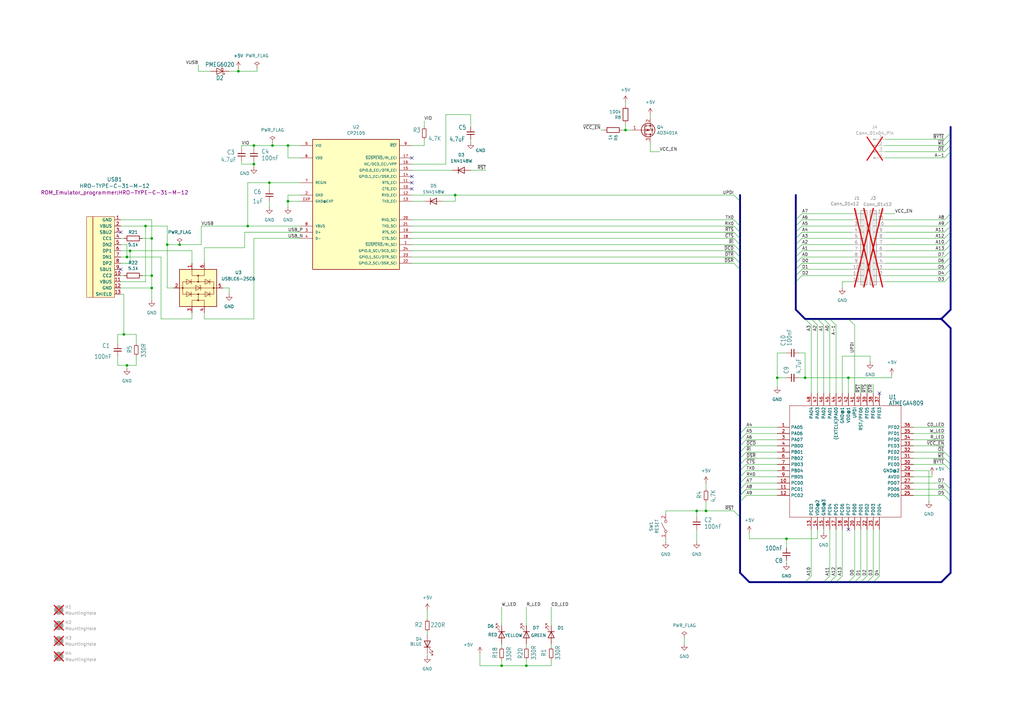
<source format=kicad_sch>
(kicad_sch
	(version 20231120)
	(generator "eeschema")
	(generator_version "8.0")
	(uuid "28fa76d1-9281-4306-81d2-b9e710546d0c")
	(paper "A3")
	(title_block
		(title "ROM Emulator Programmer")
		(date "2024-10-07")
		(rev "0.01")
		(company "Peter & Per")
	)
	
	(junction
		(at 104.14 59.69)
		(diameter 0)
		(color 0 0 0 0)
		(uuid "0b5385ce-6d7b-4b55-aaeb-6bd448fa51f2")
	)
	(junction
		(at 53.34 102.87)
		(diameter 0)
		(color 0 0 0 0)
		(uuid "25fe08f4-9f66-4d53-a6a3-90a9a5f73936")
	)
	(junction
		(at 50.8 137.16)
		(diameter 0)
		(color 0 0 0 0)
		(uuid "27d338ea-17a1-4fb3-a554-8064a82acd68")
	)
	(junction
		(at 347.98 154.94)
		(diameter 0)
		(color 0 0 0 0)
		(uuid "29f471a5-1166-4216-b043-a68044debdba")
	)
	(junction
		(at 285.75 209.55)
		(diameter 0)
		(color 0 0 0 0)
		(uuid "40202182-4f8b-489c-bf19-179a3d99c14c")
	)
	(junction
		(at 215.9 273.05)
		(diameter 0)
		(color 0 0 0 0)
		(uuid "4496bae3-e2ae-48be-8757-c1df244190cc")
	)
	(junction
		(at 118.11 82.55)
		(diameter 0)
		(color 0 0 0 0)
		(uuid "44acbb03-bc4b-41fe-921c-a3df5645d50f")
	)
	(junction
		(at 62.23 113.03)
		(diameter 0)
		(color 0 0 0 0)
		(uuid "49566c78-2e93-4a70-87a7-beae877b2725")
	)
	(junction
		(at 73.66 100.33)
		(diameter 0)
		(color 0 0 0 0)
		(uuid "52aa08b5-ad6f-410c-b3b8-45e39b58c6f8")
	)
	(junction
		(at 62.23 97.79)
		(diameter 0)
		(color 0 0 0 0)
		(uuid "53f90da0-9f08-4abf-bee0-42b3eed651d0")
	)
	(junction
		(at 318.77 154.94)
		(diameter 0)
		(color 0 0 0 0)
		(uuid "5772eb95-057a-49a6-b3fc-f8593202da99")
	)
	(junction
		(at 68.58 100.33)
		(diameter 0)
		(color 0 0 0 0)
		(uuid "5b204ae1-18cb-48a1-8bfc-83bbb69cd4d6")
	)
	(junction
		(at 111.76 59.69)
		(diameter 0)
		(color 0 0 0 0)
		(uuid "6089b4db-b748-4a98-bba0-7baf4fa846ea")
	)
	(junction
		(at 330.2 154.94)
		(diameter 0)
		(color 0 0 0 0)
		(uuid "628920db-d769-4d82-a99e-f8adb116e895")
	)
	(junction
		(at 52.07 149.86)
		(diameter 0)
		(color 0 0 0 0)
		(uuid "6a8a2c7f-5ba8-4b05-aacf-3b126d4ba388")
	)
	(junction
		(at 62.23 118.11)
		(diameter 0)
		(color 0 0 0 0)
		(uuid "83226750-bbd5-4926-bda5-792bd20ce125")
	)
	(junction
		(at 322.58 220.98)
		(diameter 0)
		(color 0 0 0 0)
		(uuid "84f033be-32bb-45a0-9234-97ebb0e46b3b")
	)
	(junction
		(at 289.56 209.55)
		(diameter 0)
		(color 0 0 0 0)
		(uuid "91d43dd0-c31b-46ea-9ed7-629a15b71800")
	)
	(junction
		(at 386.08 130.81)
		(diameter 0)
		(color 0 0 0 0)
		(uuid "9410afe5-3f02-4941-bdbd-949a040e381b")
	)
	(junction
		(at 59.69 92.71)
		(diameter 0)
		(color 0 0 0 0)
		(uuid "95f4ad0f-cbf7-4f0b-853d-1e746aca63b5")
	)
	(junction
		(at 205.74 273.05)
		(diameter 0)
		(color 0 0 0 0)
		(uuid "9db3b82e-e985-4496-95e4-f3e725665b57")
	)
	(junction
		(at 186.69 80.01)
		(diameter 0)
		(color 0 0 0 0)
		(uuid "a97b8538-8868-4c67-87dc-9c75a17457dd")
	)
	(junction
		(at 110.49 74.93)
		(diameter 0)
		(color 0 0 0 0)
		(uuid "af5c349c-66b5-43b0-a637-fea17f1e5d60")
	)
	(junction
		(at 101.6 92.71)
		(diameter 0)
		(color 0 0 0 0)
		(uuid "b38c8910-4c02-41f0-9567-6d3b980b688e")
	)
	(junction
		(at 118.11 59.69)
		(diameter 0)
		(color 0 0 0 0)
		(uuid "d1c33426-9b4a-480f-9814-693db41836a2")
	)
	(junction
		(at 104.14 67.31)
		(diameter 0)
		(color 0 0 0 0)
		(uuid "d1d8163b-99fe-424b-92b5-80e4223e279b")
	)
	(junction
		(at 52.07 105.41)
		(diameter 0)
		(color 0 0 0 0)
		(uuid "de18eed2-d3aa-482d-a7b7-d338c262e634")
	)
	(junction
		(at 97.79 29.21)
		(diameter 0)
		(color 0 0 0 0)
		(uuid "e4e4fe5a-3b98-499f-84a0-64c80cf04e96")
	)
	(junction
		(at 256.54 53.34)
		(diameter 0)
		(color 0 0 0 0)
		(uuid "f21ae05e-3001-43fa-b13c-5e5b5e370dd5")
	)
	(no_connect
		(at 168.91 64.77)
		(uuid "090c0de3-97af-4e8e-bfe6-69367e37f199")
	)
	(no_connect
		(at 168.91 74.93)
		(uuid "12832370-4dac-4ce6-8f2c-df6c1ea3d5ae")
	)
	(no_connect
		(at 49.53 110.49)
		(uuid "327264a2-1cde-4c2c-b205-7c14a5dbbf5c")
	)
	(no_connect
		(at 347.98 217.17)
		(uuid "33e031f8-b2bf-43a8-b45b-02363745e06c")
	)
	(no_connect
		(at 360.68 161.29)
		(uuid "5fbbfa6c-c786-43cd-9118-9a1148b6cd4a")
	)
	(no_connect
		(at 168.91 77.47)
		(uuid "8efa0d27-6872-43fc-8392-0c22425b8e3c")
	)
	(no_connect
		(at 168.91 72.39)
		(uuid "d0388342-f54d-4480-acf7-ab6137699ac5")
	)
	(no_connect
		(at 49.53 95.25)
		(uuid "e958ab6e-b7bc-41aa-8552-74f8a03fb1a1")
	)
	(bus_entry
		(at 328.93 113.03)
		(size -2.54 2.54)
		(stroke
			(width 0)
			(type default)
		)
		(uuid "0aa1af16-689c-411d-94ed-9d2f18765aea")
	)
	(bus_entry
		(at 387.35 59.69)
		(size 2.54 -2.54)
		(stroke
			(width 0)
			(type default)
		)
		(uuid "16a685a5-abe1-429b-a85b-7fb5aeb91a98")
	)
	(bus_entry
		(at 328.93 87.63)
		(size -2.54 2.54)
		(stroke
			(width 0)
			(type default)
		)
		(uuid "16fb4579-8076-4569-a889-c74fb0a44e57")
	)
	(bus_entry
		(at 387.35 102.87)
		(size 2.54 -2.54)
		(stroke
			(width 0)
			(type default)
		)
		(uuid "17afc67b-cb84-41c7-a0d3-859bf042dd44")
	)
	(bus_entry
		(at 360.68 236.22)
		(size -2.54 2.54)
		(stroke
			(width 0)
			(type default)
		)
		(uuid "1910cc65-d552-4ede-8a47-7bb05d228f88")
	)
	(bus_entry
		(at 387.35 92.71)
		(size 2.54 -2.54)
		(stroke
			(width 0)
			(type default)
		)
		(uuid "1be8e402-e8e0-462a-9c1d-8b35ca998292")
	)
	(bus_entry
		(at 306.07 185.42)
		(size -2.54 2.54)
		(stroke
			(width 0)
			(type default)
		)
		(uuid "1c3fbe6f-ce20-4496-b063-95809e974a7d")
	)
	(bus_entry
		(at 387.35 107.95)
		(size 2.54 -2.54)
		(stroke
			(width 0)
			(type default)
		)
		(uuid "20bfcef1-00cc-4234-972e-37a3aca6546c")
	)
	(bus_entry
		(at 342.9 236.22)
		(size -2.54 2.54)
		(stroke
			(width 0)
			(type default)
		)
		(uuid "232552e6-d3ce-4323-9878-9d0a815a4fb0")
	)
	(bus_entry
		(at 387.35 95.25)
		(size 2.54 -2.54)
		(stroke
			(width 0)
			(type default)
		)
		(uuid "2485caa4-edea-47d3-8564-cee6ac5cd45e")
	)
	(bus_entry
		(at 328.93 97.79)
		(size -2.54 2.54)
		(stroke
			(width 0)
			(type default)
		)
		(uuid "25026f63-23a1-4fdd-9ba1-d57454297aad")
	)
	(bus_entry
		(at 306.07 200.66)
		(size -2.54 2.54)
		(stroke
			(width 0)
			(type default)
		)
		(uuid "25935f77-39bc-4b3c-a923-1df4383556b3")
	)
	(bus_entry
		(at 306.07 177.8)
		(size -2.54 2.54)
		(stroke
			(width 0)
			(type default)
		)
		(uuid "25ab4834-eba0-46db-85de-b05220deb2bd")
	)
	(bus_entry
		(at 342.9 133.35)
		(size -2.54 -2.54)
		(stroke
			(width 0)
			(type default)
		)
		(uuid "28dc474f-e6e9-4bfe-aaa4-5cf8802ba712")
	)
	(bus_entry
		(at 387.35 200.66)
		(size 2.54 2.54)
		(stroke
			(width 0)
			(type default)
		)
		(uuid "2c1f6dc9-e875-485a-8268-d7844c713a09")
	)
	(bus_entry
		(at 328.93 100.33)
		(size -2.54 2.54)
		(stroke
			(width 0)
			(type default)
		)
		(uuid "2efdf071-883b-4862-b301-80ffe5be0ca0")
	)
	(bus_entry
		(at 387.35 57.15)
		(size 2.54 -2.54)
		(stroke
			(width 0)
			(type default)
		)
		(uuid "2f3f09fe-9c8f-4565-89a0-4fda67bdfe1e")
	)
	(bus_entry
		(at 387.35 110.49)
		(size 2.54 -2.54)
		(stroke
			(width 0)
			(type default)
		)
		(uuid "306f09d3-c117-4330-9407-5c4d49ce0b53")
	)
	(bus_entry
		(at 337.82 133.35)
		(size -2.54 -2.54)
		(stroke
			(width 0)
			(type default)
		)
		(uuid "33649431-c1c8-43cd-9acd-2c9a7d3321e8")
	)
	(bus_entry
		(at 387.35 97.79)
		(size 2.54 -2.54)
		(stroke
			(width 0)
			(type default)
		)
		(uuid "35824b65-6ec4-46e2-b5c4-eac478b69c2b")
	)
	(bus_entry
		(at 300.99 105.41)
		(size 2.54 2.54)
		(stroke
			(width 0)
			(type default)
		)
		(uuid "41561966-8ce9-4c7a-a28a-d6e52c61b8ce")
	)
	(bus_entry
		(at 300.99 100.33)
		(size 2.54 2.54)
		(stroke
			(width 0)
			(type default)
		)
		(uuid "4156a1e4-6ae9-411f-b3d8-d905c130f96f")
	)
	(bus_entry
		(at 306.07 187.96)
		(size -2.54 2.54)
		(stroke
			(width 0)
			(type default)
		)
		(uuid "4c46db71-2e10-4a72-a085-5d498e5d9b46")
	)
	(bus_entry
		(at 387.35 64.77)
		(size 2.54 -2.54)
		(stroke
			(width 0)
			(type default)
		)
		(uuid "4c7cc51e-3724-449d-adbb-3ea092cbc57e")
	)
	(bus_entry
		(at 355.6 236.22)
		(size -2.54 2.54)
		(stroke
			(width 0)
			(type default)
		)
		(uuid "5015131d-c2ac-424e-a78c-0a05714f6fac")
	)
	(bus_entry
		(at 328.93 90.17)
		(size -2.54 2.54)
		(stroke
			(width 0)
			(type default)
		)
		(uuid "51bbb9fa-f4ea-4874-a7d9-4741da0d4ce4")
	)
	(bus_entry
		(at 306.07 190.5)
		(size -2.54 2.54)
		(stroke
			(width 0)
			(type default)
		)
		(uuid "52937965-f49c-46fc-9cc9-fc7cc3e135ff")
	)
	(bus_entry
		(at 300.99 97.79)
		(size 2.54 2.54)
		(stroke
			(width 0)
			(type default)
		)
		(uuid "558d7629-867b-469a-a58d-ad7b8bd48af8")
	)
	(bus_entry
		(at 328.93 102.87)
		(size -2.54 2.54)
		(stroke
			(width 0)
			(type default)
		)
		(uuid "57919088-5913-4eda-b3f9-047a2b97203c")
	)
	(bus_entry
		(at 358.14 236.22)
		(size -2.54 2.54)
		(stroke
			(width 0)
			(type default)
		)
		(uuid "58c68571-7bb1-4e02-969f-0f375d588f18")
	)
	(bus_entry
		(at 306.07 198.12)
		(size -2.54 2.54)
		(stroke
			(width 0)
			(type default)
		)
		(uuid "5d39ca08-1f9e-4a7f-b076-da956f2d39f8")
	)
	(bus_entry
		(at 300.99 90.17)
		(size 2.54 2.54)
		(stroke
			(width 0)
			(type default)
		)
		(uuid "668eecfb-898e-4f3f-9125-ea0e2700ea44")
	)
	(bus_entry
		(at 306.07 180.34)
		(size -2.54 2.54)
		(stroke
			(width 0)
			(type default)
		)
		(uuid "66fa855d-9aab-4934-a28c-54da3fba9912")
	)
	(bus_entry
		(at 387.35 62.23)
		(size 2.54 -2.54)
		(stroke
			(width 0)
			(type default)
		)
		(uuid "69305812-d088-44f4-85c7-a578cdaed436")
	)
	(bus_entry
		(at 387.35 185.42)
		(size 2.54 2.54)
		(stroke
			(width 0)
			(type default)
		)
		(uuid "71ae20e8-c87e-4827-916b-ba5efd75b6be")
	)
	(bus_entry
		(at 387.35 100.33)
		(size 2.54 -2.54)
		(stroke
			(width 0)
			(type default)
		)
		(uuid "7224c973-9db9-4da6-acd6-6fbf779b56fb")
	)
	(bus_entry
		(at 332.74 236.22)
		(size -2.54 2.54)
		(stroke
			(width 0)
			(type default)
		)
		(uuid "7579ff0e-c314-44ab-a8a0-47817b1c8abb")
	)
	(bus_entry
		(at 306.07 193.04)
		(size -2.54 2.54)
		(stroke
			(width 0)
			(type default)
		)
		(uuid "7c422821-4b95-406d-916e-9666fd8aa869")
	)
	(bus_entry
		(at 300.99 80.01)
		(size 2.54 2.54)
		(stroke
			(width 0)
			(type default)
		)
		(uuid "7c9b0bd5-fae6-4cfe-a80f-1c525793abb9")
	)
	(bus_entry
		(at 387.35 113.03)
		(size 2.54 -2.54)
		(stroke
			(width 0)
			(type default)
		)
		(uuid "7f71c6f6-fc39-480a-870c-642f356424fe")
	)
	(bus_entry
		(at 328.93 92.71)
		(size -2.54 2.54)
		(stroke
			(width 0)
			(type default)
		)
		(uuid "7fb0f4c9-65d2-4a8f-a048-ee7a67f238b2")
	)
	(bus_entry
		(at 306.07 200.66)
		(size -2.54 2.54)
		(stroke
			(width 0)
			(type default)
		)
		(uuid "842ecb31-5cfe-4144-8683-3c6d1331ff77")
	)
	(bus_entry
		(at 387.35 90.17)
		(size 2.54 -2.54)
		(stroke
			(width 0)
			(type default)
		)
		(uuid "85859c3c-9ec5-4020-b4b2-424ee21c7f31")
	)
	(bus_entry
		(at 328.93 95.25)
		(size -2.54 2.54)
		(stroke
			(width 0)
			(type default)
		)
		(uuid "866292a7-49b7-4edc-a078-0b67d6d4ae4c")
	)
	(bus_entry
		(at 340.36 236.22)
		(size -2.54 2.54)
		(stroke
			(width 0)
			(type default)
		)
		(uuid "8790097f-ce2c-4cee-974d-6aba0753c60f")
	)
	(bus_entry
		(at 387.35 105.41)
		(size 2.54 -2.54)
		(stroke
			(width 0)
			(type default)
		)
		(uuid "92d378de-bc20-41a0-a9b1-dc67fc4b1c50")
	)
	(bus_entry
		(at 306.07 203.2)
		(size -2.54 2.54)
		(stroke
			(width 0)
			(type default)
		)
		(uuid "9e30d67c-3181-421c-aea0-c2f47e295343")
	)
	(bus_entry
		(at 387.35 198.12)
		(size 2.54 2.54)
		(stroke
			(width 0)
			(type default)
		)
		(uuid "a09ab4d8-6519-4e2b-a8eb-bd4d95fb7897")
	)
	(bus_entry
		(at 306.07 195.58)
		(size -2.54 2.54)
		(stroke
			(width 0)
			(type default)
		)
		(uuid "a146ad34-41ff-4206-a19d-0be39c0cd6ab")
	)
	(bus_entry
		(at 387.35 187.96)
		(size 2.54 2.54)
		(stroke
			(width 0)
			(type default)
		)
		(uuid "a3a8ab07-58fb-49b6-8265-0000d373c0f4")
	)
	(bus_entry
		(at 328.93 107.95)
		(size -2.54 2.54)
		(stroke
			(width 0)
			(type default)
		)
		(uuid "ae2c274e-1b19-43dc-ba01-7842f12c853c")
	)
	(bus_entry
		(at 345.44 236.22)
		(size -2.54 2.54)
		(stroke
			(width 0)
			(type default)
		)
		(uuid "ae907c98-f150-4cfe-8683-866f547cddc3")
	)
	(bus_entry
		(at 328.93 105.41)
		(size -2.54 2.54)
		(stroke
			(width 0)
			(type default)
		)
		(uuid "aec6c226-2370-48f5-a6b8-7c050a1b034a")
	)
	(bus_entry
		(at 387.35 115.57)
		(size 2.54 -2.54)
		(stroke
			(width 0)
			(type default)
		)
		(uuid "b52cd8fb-a4e1-485e-8296-2595c0d87705")
	)
	(bus_entry
		(at 300.99 102.87)
		(size 2.54 2.54)
		(stroke
			(width 0)
			(type default)
		)
		(uuid "b53122d2-eec9-44fe-8e5a-40a0f193d651")
	)
	(bus_entry
		(at 300.99 95.25)
		(size 2.54 2.54)
		(stroke
			(width 0)
			(type default)
		)
		(uuid "b648e4ff-6e3d-45f7-8e9a-0c189b6194fb")
	)
	(bus_entry
		(at 340.36 133.35)
		(size -2.54 -2.54)
		(stroke
			(width 0)
			(type default)
		)
		(uuid "b71aef7b-0325-4713-b6e1-27f4aba133ac")
	)
	(bus_entry
		(at 328.93 110.49)
		(size -2.54 2.54)
		(stroke
			(width 0)
			(type default)
		)
		(uuid "b943ddf4-d7e8-49fe-a5a8-27433629e951")
	)
	(bus_entry
		(at 300.99 107.95)
		(size 2.54 2.54)
		(stroke
			(width 0)
			(type default)
		)
		(uuid "b96dd574-2a3c-41fa-b03c-30393e032c33")
	)
	(bus_entry
		(at 300.99 209.55)
		(size 2.54 2.54)
		(stroke
			(width 0)
			(type default)
		)
		(uuid "bd83e3c9-e2a7-47a7-abc0-eefb902aac33")
	)
	(bus_entry
		(at 332.74 133.35)
		(size -2.54 -2.54)
		(stroke
			(width 0)
			(type default)
		)
		(uuid "be8ad4d9-f125-45ee-84c7-8700267dc8d3")
	)
	(bus_entry
		(at 300.99 92.71)
		(size 2.54 2.54)
		(stroke
			(width 0)
			(type default)
		)
		(uuid "bea0c759-31a1-4d60-a9af-0439140837d9")
	)
	(bus_entry
		(at 387.35 190.5)
		(size 2.54 2.54)
		(stroke
			(width 0)
			(type default)
		)
		(uuid "c51268ad-6885-4322-8e4d-c67d857e3d23")
	)
	(bus_entry
		(at 353.06 236.22)
		(size -2.54 2.54)
		(stroke
			(width 0)
			(type default)
		)
		(uuid "cf1061d4-aedb-44b3-afee-d2e2aef0f8d9")
	)
	(bus_entry
		(at 306.07 182.88)
		(size -2.54 2.54)
		(stroke
			(width 0)
			(type default)
		)
		(uuid "e3849443-c14b-42b0-8661-ae5416d57985")
	)
	(bus_entry
		(at 306.07 175.26)
		(size -2.54 2.54)
		(stroke
			(width 0)
			(type default)
		)
		(uuid "e3aec4cb-12fc-4eec-864a-0cb00c18c397")
	)
	(bus_entry
		(at 387.35 203.2)
		(size 2.54 2.54)
		(stroke
			(width 0)
			(type default)
		)
		(uuid "e9354dbe-5ab2-445d-afa8-6c25f014f2ea")
	)
	(bus_entry
		(at 335.28 133.35)
		(size -2.54 -2.54)
		(stroke
			(width 0)
			(type default)
		)
		(uuid "eb4e5123-fe35-45e0-a9e4-095e9ee5ea6b")
	)
	(bus_entry
		(at 350.52 236.22)
		(size -2.54 2.54)
		(stroke
			(width 0)
			(type default)
		)
		(uuid "ef562df2-da45-448a-b1c9-9e75f319a6fb")
	)
	(bus_entry
		(at 350.52 133.35)
		(size -2.54 -2.54)
		(stroke
			(width 0)
			(type default)
		)
		(uuid "f94ee951-5821-4e10-8d0b-78426479034e")
	)
	(bus
		(pts
			(xy 389.89 102.87) (xy 389.89 105.41)
		)
		(stroke
			(width 0.762)
			(type solid)
		)
		(uuid "009e38fb-06d8-4f52-a649-342a66806d07")
	)
	(wire
		(pts
			(xy 347.98 154.94) (xy 365.76 154.94)
		)
		(stroke
			(width 0.1524)
			(type solid)
		)
		(uuid "013a424d-0c63-410d-a030-e123de418a7b")
	)
	(wire
		(pts
			(xy 62.23 97.79) (xy 62.23 113.03)
		)
		(stroke
			(width 0)
			(type default)
		)
		(uuid "015919bb-bf9a-4193-8487-a1d36051865d")
	)
	(wire
		(pts
			(xy 205.74 264.16) (xy 205.74 265.43)
		)
		(stroke
			(width 0)
			(type default)
		)
		(uuid "019ac63c-afae-46e9-bd5b-ec9a0adbeb52")
	)
	(wire
		(pts
			(xy 118.11 80.01) (xy 123.19 80.01)
		)
		(stroke
			(width 0)
			(type default)
		)
		(uuid "02d65cb0-0e69-4a07-b93e-d030d43779a5")
	)
	(wire
		(pts
			(xy 168.91 102.87) (xy 300.99 102.87)
		)
		(stroke
			(width 0)
			(type default)
		)
		(uuid "02e5e938-27fe-4ee3-bf7f-0effc7bb3ed4")
	)
	(wire
		(pts
			(xy 256.54 53.34) (xy 259.08 53.34)
		)
		(stroke
			(width 0)
			(type default)
		)
		(uuid "0381a88b-5251-4399-bd12-fa44317dd30d")
	)
	(wire
		(pts
			(xy 374.65 193.04) (xy 381 193.04)
		)
		(stroke
			(width 0)
			(type default)
		)
		(uuid "042e4ed2-7259-4e1d-bf91-590c01946f4d")
	)
	(bus
		(pts
			(xy 326.39 92.71) (xy 326.39 90.17)
		)
		(stroke
			(width 0.762)
			(type solid)
		)
		(uuid "0509aad3-98e1-46b0-b088-0edb29aa5c30")
	)
	(bus
		(pts
			(xy 303.53 190.5) (xy 303.53 193.04)
		)
		(stroke
			(width 0.762)
			(type solid)
		)
		(uuid "060f7903-b599-4c80-b0f7-bdff8b1c5c0e")
	)
	(bus
		(pts
			(xy 389.89 110.49) (xy 389.89 113.03)
		)
		(stroke
			(width 0.762)
			(type solid)
		)
		(uuid "0752531a-d6a4-4814-85e2-02e48ec0dbe8")
	)
	(wire
		(pts
			(xy 55.88 149.86) (xy 55.88 146.05)
		)
		(stroke
			(width 0)
			(type default)
		)
		(uuid "07bff6b7-ae9d-4c0f-8cda-c7008b425773")
	)
	(wire
		(pts
			(xy 349.25 105.41) (xy 328.93 105.41)
		)
		(stroke
			(width 0)
			(type default)
		)
		(uuid "08393765-15ca-4832-89b7-61d85d407e61")
	)
	(wire
		(pts
			(xy 318.77 158.75) (xy 318.77 154.94)
		)
		(stroke
			(width 0)
			(type default)
		)
		(uuid "09c3e1ac-4617-482c-9e3c-dd2907fcde2d")
	)
	(wire
		(pts
			(xy 66.04 105.41) (xy 66.04 130.81)
		)
		(stroke
			(width 0)
			(type default)
		)
		(uuid "0a049206-63c3-45b7-81ea-36e71c351f4c")
	)
	(bus
		(pts
			(xy 303.53 193.04) (xy 303.53 195.58)
		)
		(stroke
			(width 0.762)
			(type solid)
		)
		(uuid "0ccce800-0a2f-4e70-8493-346e3a264df8")
	)
	(wire
		(pts
			(xy 118.11 64.77) (xy 123.19 64.77)
		)
		(stroke
			(width 0)
			(type default)
		)
		(uuid "0d7c5090-992e-49c1-a8ae-8b1184974944")
	)
	(wire
		(pts
			(xy 363.22 87.63) (xy 367.03 87.63)
		)
		(stroke
			(width 0)
			(type default)
		)
		(uuid "0e2acd85-a123-41b7-93c4-ab43a356d450")
	)
	(wire
		(pts
			(xy 349.25 100.33) (xy 328.93 100.33)
		)
		(stroke
			(width 0)
			(type default)
		)
		(uuid "0ebfff8f-895d-414b-8952-e54f5e5af4a5")
	)
	(wire
		(pts
			(xy 111.76 58.42) (xy 111.76 59.69)
		)
		(stroke
			(width 0)
			(type default)
		)
		(uuid "104ed818-a58a-4426-973c-f6985944d838")
	)
	(wire
		(pts
			(xy 327.66 154.94) (xy 330.2 154.94)
		)
		(stroke
			(width 0.1524)
			(type solid)
		)
		(uuid "11212c01-7978-4656-a750-69f7b1e63e9f")
	)
	(bus
		(pts
			(xy 389.89 113.03) (xy 389.89 127)
		)
		(stroke
			(width 0.762)
			(type solid)
		)
		(uuid "1177ab42-a473-4fd1-9ba0-7f73b4985297")
	)
	(wire
		(pts
			(xy 186.69 80.01) (xy 300.99 80.01)
		)
		(stroke
			(width 0)
			(type default)
		)
		(uuid "11a0e260-3203-4065-9e9c-7bc37bdd6ac9")
	)
	(wire
		(pts
			(xy 168.91 97.79) (xy 300.99 97.79)
		)
		(stroke
			(width 0)
			(type default)
		)
		(uuid "126eff1f-19f5-4602-80e8-8266daf4f87e")
	)
	(wire
		(pts
			(xy 349.25 90.17) (xy 328.93 90.17)
		)
		(stroke
			(width 0)
			(type default)
		)
		(uuid "12c7cffc-e85d-4800-9f6d-b94edff32052")
	)
	(bus
		(pts
			(xy 342.9 238.76) (xy 347.98 238.76)
		)
		(stroke
			(width 0.762)
			(type solid)
		)
		(uuid "1300f3ec-1477-4228-9d48-992c9e0a6f65")
	)
	(wire
		(pts
			(xy 182.88 67.31) (xy 182.88 46.99)
		)
		(stroke
			(width 0)
			(type default)
		)
		(uuid "14012df3-337f-47a2-b262-561a05ce5faa")
	)
	(bus
		(pts
			(xy 350.52 238.76) (xy 353.06 238.76)
		)
		(stroke
			(width 0.762)
			(type solid)
		)
		(uuid "16235157-2cf7-4cf5-b472-e5bef53e0c1b")
	)
	(bus
		(pts
			(xy 353.06 238.76) (xy 355.6 238.76)
		)
		(stroke
			(width 0.762)
			(type solid)
		)
		(uuid "1744e8ae-2f53-4a25-b5a2-90744d83b232")
	)
	(bus
		(pts
			(xy 389.89 97.79) (xy 389.89 100.33)
		)
		(stroke
			(width 0.762)
			(type solid)
		)
		(uuid "1756d4fc-8430-4535-8587-3ddbfc109c60")
	)
	(bus
		(pts
			(xy 326.39 105.41) (xy 326.39 102.87)
		)
		(stroke
			(width 0.762)
			(type solid)
		)
		(uuid "18ad8ee6-dda0-42f9-9290-c2e84f19e80d")
	)
	(wire
		(pts
			(xy 50.8 120.65) (xy 50.8 137.16)
		)
		(stroke
			(width 0)
			(type default)
		)
		(uuid "19dc7b7f-6577-468e-a23e-44c9c4f02c8a")
	)
	(bus
		(pts
			(xy 303.53 100.33) (xy 303.53 102.87)
		)
		(stroke
			(width 0.762)
			(type solid)
		)
		(uuid "1a9cf1bb-7c40-4a46-a332-42c11e8ad0e6")
	)
	(wire
		(pts
			(xy 196.85 267.97) (xy 196.85 273.05)
		)
		(stroke
			(width 0)
			(type default)
		)
		(uuid "1b9f7f01-7362-440f-b836-47170616eaf5")
	)
	(wire
		(pts
			(xy 318.77 187.96) (xy 306.07 187.96)
		)
		(stroke
			(width 0.1524)
			(type solid)
		)
		(uuid "1ce66a5d-c3ef-4e46-a69c-19befb9b09d5")
	)
	(wire
		(pts
			(xy 52.07 149.86) (xy 52.07 151.13)
		)
		(stroke
			(width 0)
			(type default)
		)
		(uuid "1e4fc8f8-f593-4a29-b4cd-70d9837add59")
	)
	(wire
		(pts
			(xy 318.77 195.58) (xy 306.07 195.58)
		)
		(stroke
			(width 0.1524)
			(type solid)
		)
		(uuid "1eab1aa2-e84d-4cc1-b606-b47612e8b88b")
	)
	(wire
		(pts
			(xy 318.77 154.94) (xy 322.58 154.94)
		)
		(stroke
			(width 0)
			(type default)
		)
		(uuid "1eb334ba-07be-46cf-91b9-6057a111fdcb")
	)
	(wire
		(pts
			(xy 62.23 113.03) (xy 62.23 118.11)
		)
		(stroke
			(width 0)
			(type default)
		)
		(uuid "1ec0a4bb-c245-46b2-b58d-26cdaf073780")
	)
	(wire
		(pts
			(xy 374.65 175.26) (xy 387.35 175.26)
		)
		(stroke
			(width 0)
			(type default)
		)
		(uuid "1ef0529d-7bf0-43a1-83c1-ee2096199477")
	)
	(wire
		(pts
			(xy 349.25 92.71) (xy 328.93 92.71)
		)
		(stroke
			(width 0)
			(type default)
		)
		(uuid "2018ab69-1b58-4b1c-be6d-630c9493131b")
	)
	(wire
		(pts
			(xy 340.36 161.29) (xy 340.36 133.35)
		)
		(stroke
			(width 0.1524)
			(type solid)
		)
		(uuid "20fb9ccb-4ef5-469b-88ab-fd2d1ed94c7e")
	)
	(wire
		(pts
			(xy 273.05 220.98) (xy 273.05 222.25)
		)
		(stroke
			(width 0)
			(type default)
		)
		(uuid "214a7ee8-8efd-4ad8-a40a-91e79ad8be86")
	)
	(wire
		(pts
			(xy 363.22 92.71) (xy 387.35 92.71)
		)
		(stroke
			(width 0)
			(type default)
		)
		(uuid "21d72ae5-41c2-4531-8ed7-777e28225e5c")
	)
	(wire
		(pts
			(xy 111.76 59.69) (xy 118.11 59.69)
		)
		(stroke
			(width 0)
			(type default)
		)
		(uuid "2258a772-d79e-4979-9604-3f6daa239910")
	)
	(wire
		(pts
			(xy 53.34 102.87) (xy 78.74 102.87)
		)
		(stroke
			(width 0)
			(type default)
		)
		(uuid "22be691a-d2f7-4b76-82b7-b3454c5f6574")
	)
	(wire
		(pts
			(xy 62.23 118.11) (xy 62.23 123.19)
		)
		(stroke
			(width 0)
			(type default)
		)
		(uuid "2300fff3-6ac5-49f7-85d8-0262eb9d8349")
	)
	(bus
		(pts
			(xy 303.53 200.66) (xy 303.53 198.12)
		)
		(stroke
			(width 0.762)
			(type solid)
		)
		(uuid "2378be87-b70d-48b9-9032-240b9e5821df")
	)
	(wire
		(pts
			(xy 273.05 209.55) (xy 285.75 209.55)
		)
		(stroke
			(width 0.1524)
			(type solid)
		)
		(uuid "23ae37f7-0064-4193-ab8e-d6a22a1e843d")
	)
	(bus
		(pts
			(xy 326.39 107.95) (xy 326.39 105.41)
		)
		(stroke
			(width 0.762)
			(type solid)
		)
		(uuid "23b08d59-f152-479e-8bfd-78fe22932cfc")
	)
	(bus
		(pts
			(xy 389.89 62.23) (xy 389.89 87.63)
		)
		(stroke
			(width 0.762)
			(type solid)
		)
		(uuid "24dd2c5d-86f0-4ec5-b6e4-6ee4c7cab5bd")
	)
	(bus
		(pts
			(xy 307.34 238.76) (xy 303.53 234.95)
		)
		(stroke
			(width 0.762)
			(type solid)
		)
		(uuid "24f9edcc-32d4-4da1-92c1-6a803eab182c")
	)
	(wire
		(pts
			(xy 168.91 80.01) (xy 186.69 80.01)
		)
		(stroke
			(width 0)
			(type default)
		)
		(uuid "251570e9-261b-4a97-8ec1-de8152174fc7")
	)
	(wire
		(pts
			(xy 55.88 137.16) (xy 55.88 140.97)
		)
		(stroke
			(width 0)
			(type default)
		)
		(uuid "252b2c5f-8382-4038-b564-9a6dc9fbc0ae")
	)
	(wire
		(pts
			(xy 105.41 29.21) (xy 105.41 27.94)
		)
		(stroke
			(width 0)
			(type default)
		)
		(uuid "25e47d13-f83c-4b36-918e-de41ac914996")
	)
	(bus
		(pts
			(xy 303.53 203.2) (xy 303.53 205.74)
		)
		(stroke
			(width 0.762)
			(type solid)
		)
		(uuid "27755419-bda5-4635-9da3-d7b708346a7f")
	)
	(wire
		(pts
			(xy 83.82 101.6) (xy 100.33 101.6)
		)
		(stroke
			(width 0)
			(type default)
		)
		(uuid "2a3b960c-773a-41b4-b2d0-93e681f5f43b")
	)
	(bus
		(pts
			(xy 326.39 80.01) (xy 326.39 90.17)
		)
		(stroke
			(width 0.762)
			(type solid)
		)
		(uuid "2ba86e6b-d314-4e63-a775-66d93ff94e5a")
	)
	(wire
		(pts
			(xy 205.74 270.51) (xy 205.74 273.05)
		)
		(stroke
			(width 0.1524)
			(type solid)
		)
		(uuid "2bad68dc-297b-4555-85f6-d6361423eb7c")
	)
	(bus
		(pts
			(xy 303.53 107.95) (xy 303.53 110.49)
		)
		(stroke
			(width 0.762)
			(type solid)
		)
		(uuid "2cc63d86-c6c4-449b-8f56-235a189fb9cc")
	)
	(wire
		(pts
			(xy 318.77 144.78) (xy 322.58 144.78)
		)
		(stroke
			(width 0)
			(type default)
		)
		(uuid "2cfda724-8e8a-41e3-80f9-005fa80ad197")
	)
	(wire
		(pts
			(xy 49.53 92.71) (xy 59.69 92.71)
		)
		(stroke
			(width 0)
			(type default)
		)
		(uuid "2de501c6-8a0d-43ab-a625-7e56e9567fee")
	)
	(bus
		(pts
			(xy 358.14 238.76) (xy 386.08 238.76)
		)
		(stroke
			(width 0.762)
			(type solid)
		)
		(uuid "2e71ef3f-af3f-44df-8112-312e0ae37782")
	)
	(wire
		(pts
			(xy 363.22 115.57) (xy 387.35 115.57)
		)
		(stroke
			(width 0)
			(type default)
		)
		(uuid "2f04fef7-6359-4dee-97c3-872a2308cf02")
	)
	(bus
		(pts
			(xy 332.74 130.81) (xy 330.2 130.81)
		)
		(stroke
			(width 0.762)
			(type solid)
		)
		(uuid "2fd66dbb-d7f1-42f5-8a28-156223f96917")
	)
	(wire
		(pts
			(xy 118.11 85.09) (xy 118.11 82.55)
		)
		(stroke
			(width 0)
			(type default)
		)
		(uuid "30aa98d9-1505-4013-8b37-7de86a96b256")
	)
	(bus
		(pts
			(xy 389.89 234.95) (xy 389.89 205.74)
		)
		(stroke
			(width 0.762)
			(type solid)
		)
		(uuid "30b3fd97-8875-468e-8bbd-29b1e6ea0f41")
	)
	(wire
		(pts
			(xy 118.11 82.55) (xy 123.19 82.55)
		)
		(stroke
			(width 0)
			(type default)
		)
		(uuid "30cf7ec6-ffbb-4901-a6d5-6acf43df118b")
	)
	(wire
		(pts
			(xy 356.87 148.59) (xy 356.87 146.05)
		)
		(stroke
			(width 0)
			(type default)
		)
		(uuid "31868d51-0a97-4c33-95c5-57011daea4f7")
	)
	(wire
		(pts
			(xy 83.82 101.6) (xy 83.82 107.95)
		)
		(stroke
			(width 0)
			(type default)
		)
		(uuid "31ab0e6a-1775-47d6-94e6-3ae0481e6615")
	)
	(wire
		(pts
			(xy 289.56 198.12) (xy 289.56 200.66)
		)
		(stroke
			(width 0)
			(type default)
		)
		(uuid "33d513a6-20af-47f1-923c-fe81feee2e85")
	)
	(wire
		(pts
			(xy 58.42 97.79) (xy 62.23 97.79)
		)
		(stroke
			(width 0)
			(type default)
		)
		(uuid "34913f22-09d2-4c06-8649-234e8665a34d")
	)
	(wire
		(pts
			(xy 104.14 59.69) (xy 104.14 60.96)
		)
		(stroke
			(width 0)
			(type default)
		)
		(uuid "34da4228-f370-437c-b988-f24ea289f74e")
	)
	(bus
		(pts
			(xy 389.89 200.66) (xy 389.89 193.04)
		)
		(stroke
			(width 0.762)
			(type solid)
		)
		(uuid "35137d75-cbac-4a59-9a03-826fe702466c")
	)
	(wire
		(pts
			(xy 328.93 107.95) (xy 349.25 107.95)
		)
		(stroke
			(width 0)
			(type default)
		)
		(uuid "35ab9d8f-d203-46b2-bd98-94bb4d97c0ea")
	)
	(wire
		(pts
			(xy 289.56 209.55) (xy 300.99 209.55)
		)
		(stroke
			(width 0.1524)
			(type solid)
		)
		(uuid "3619a9af-b27a-444f-a2e8-996126967f4b")
	)
	(wire
		(pts
			(xy 101.6 74.93) (xy 110.49 74.93)
		)
		(stroke
			(width 0)
			(type default)
		)
		(uuid "3702beb1-ef23-46a7-a680-821301fc96df")
	)
	(wire
		(pts
			(xy 255.27 53.34) (xy 256.54 53.34)
		)
		(stroke
			(width 0)
			(type default)
		)
		(uuid "3766d906-4b6b-4091-b532-dc0a3179d153")
	)
	(wire
		(pts
			(xy 381 193.04) (xy 381 205.74)
		)
		(stroke
			(width 0)
			(type default)
		)
		(uuid "3a2078cc-5cd1-4839-9088-ea1d7e726567")
	)
	(wire
		(pts
			(xy 173.99 59.69) (xy 173.99 57.15)
		)
		(stroke
			(width 0)
			(type default)
		)
		(uuid "3ab48840-1b56-410a-b3a8-f5d9e1b7f2c1")
	)
	(wire
		(pts
			(xy 374.65 190.5) (xy 387.35 190.5)
		)
		(stroke
			(width 0.1524)
			(type solid)
		)
		(uuid "3c3163a8-fc90-476d-8cf5-87ef721a3cf0")
	)
	(bus
		(pts
			(xy 303.53 102.87) (xy 303.53 105.41)
		)
		(stroke
			(width 0.762)
			(type solid)
		)
		(uuid "3cb0a27a-a63e-484d-aaee-27adcbbfd4e7")
	)
	(wire
		(pts
			(xy 104.14 97.79) (xy 104.14 130.81)
		)
		(stroke
			(width 0)
			(type default)
		)
		(uuid "3cbab137-a3b3-4dbe-aaa0-38d4538b3189")
	)
	(wire
		(pts
			(xy 318.77 203.2) (xy 306.07 203.2)
		)
		(stroke
			(width 0.1524)
			(type solid)
		)
		(uuid "3dbe62f7-dc53-4a23-99be-34f981a57410")
	)
	(wire
		(pts
			(xy 335.28 161.29) (xy 335.28 133.35)
		)
		(stroke
			(width 0.1524)
			(type solid)
		)
		(uuid "3e5c746d-ae0b-4327-91f2-63f01bcda125")
	)
	(wire
		(pts
			(xy 62.23 90.17) (xy 62.23 97.79)
		)
		(stroke
			(width 0)
			(type default)
		)
		(uuid "3f0df521-bc5a-4081-878d-c025f03eae8c")
	)
	(wire
		(pts
			(xy 358.14 157.48) (xy 358.14 161.29)
		)
		(stroke
			(width 0)
			(type default)
		)
		(uuid "3f14d8c9-c36f-4dc1-9e5c-c60a2fe766f6")
	)
	(wire
		(pts
			(xy 48.26 149.86) (xy 52.07 149.86)
		)
		(stroke
			(width 0)
			(type default)
		)
		(uuid "3f578230-ad8d-498e-8577-dd8b4a250224")
	)
	(wire
		(pts
			(xy 68.58 118.11) (xy 71.12 118.11)
		)
		(stroke
			(width 0)
			(type default)
		)
		(uuid "4136adad-0df1-41ea-8427-d3cf20bc36f5")
	)
	(bus
		(pts
			(xy 389.89 100.33) (xy 389.89 102.87)
		)
		(stroke
			(width 0.762)
			(type solid)
		)
		(uuid "42247e34-6ad4-4062-bbed-fdd54086d6ab")
	)
	(bus
		(pts
			(xy 303.53 92.71) (xy 303.53 95.25)
		)
		(stroke
			(width 0.762)
			(type solid)
		)
		(uuid "43d0b791-b282-4c31-a417-e3e02eb49c76")
	)
	(wire
		(pts
			(xy 49.53 107.95) (xy 53.34 107.95)
		)
		(stroke
			(width 0)
			(type default)
		)
		(uuid "44ad6771-8d72-4b7c-803a-c7dace71088c")
	)
	(bus
		(pts
			(xy 303.53 80.01) (xy 303.53 82.55)
		)
		(stroke
			(width 0.762)
			(type solid)
		)
		(uuid "45f4ee64-aa8f-4a5d-9f9a-7ea93e7450e4")
	)
	(bus
		(pts
			(xy 389.89 107.95) (xy 389.89 110.49)
		)
		(stroke
			(width 0.762)
			(type solid)
		)
		(uuid "45fd6200-c9e2-49c0-a7a1-3cdca12f2739")
	)
	(bus
		(pts
			(xy 347.98 130.81) (xy 386.08 130.81)
		)
		(stroke
			(width 0.762)
			(type solid)
		)
		(uuid "464bd627-43c9-442c-a223-b74092088466")
	)
	(bus
		(pts
			(xy 303.53 180.34) (xy 303.53 182.88)
		)
		(stroke
			(width 0.762)
			(type solid)
		)
		(uuid "470b40b4-a3d7-4423-a859-ec74ba19b40b")
	)
	(wire
		(pts
			(xy 53.34 102.87) (xy 53.34 107.95)
		)
		(stroke
			(width 0)
			(type default)
		)
		(uuid "48067404-e5ff-46dc-9842-fdc3924513f8")
	)
	(wire
		(pts
			(xy 342.9 217.17) (xy 342.9 236.22)
		)
		(stroke
			(width 0.1524)
			(type solid)
		)
		(uuid "4a2c3157-883d-4a67-b226-16efee8e353e")
	)
	(bus
		(pts
			(xy 326.39 115.57) (xy 326.39 127)
		)
		(stroke
			(width 0.762)
			(type solid)
		)
		(uuid "4b3510aa-ade1-49d9-861c-0a7c0789553c")
	)
	(wire
		(pts
			(xy 374.65 187.96) (xy 387.35 187.96)
		)
		(stroke
			(width 0.1524)
			(type solid)
		)
		(uuid "4b4afb1f-970c-47de-a1a9-4474a9510e6f")
	)
	(wire
		(pts
			(xy 363.22 102.87) (xy 387.35 102.87)
		)
		(stroke
			(width 0)
			(type default)
		)
		(uuid "4d267e40-3400-4eb2-9921-08f198317340")
	)
	(bus
		(pts
			(xy 389.89 59.69) (xy 389.89 62.23)
		)
		(stroke
			(width 0.762)
			(type solid)
		)
		(uuid "4d762587-4fc1-4bde-9a1e-66a9d7ad4cec")
	)
	(wire
		(pts
			(xy 363.22 90.17) (xy 387.35 90.17)
		)
		(stroke
			(width 0)
			(type default)
		)
		(uuid "4e6b6134-c8cd-41bd-ba11-37a526147be7")
	)
	(wire
		(pts
			(xy 285.75 209.55) (xy 285.75 212.09)
		)
		(stroke
			(width 0)
			(type default)
		)
		(uuid "4ec9c4aa-129c-4e05-9e14-4de6903cad1f")
	)
	(bus
		(pts
			(xy 326.39 100.33) (xy 326.39 97.79)
		)
		(stroke
			(width 0.762)
			(type solid)
		)
		(uuid "4f228194-5a2b-48ff-9b59-507ef2651be2")
	)
	(wire
		(pts
			(xy 332.74 217.17) (xy 332.74 236.22)
		)
		(stroke
			(width 0.1524)
			(type solid)
		)
		(uuid "4fbfd55d-3b5e-49b9-a992-26dccdb9952e")
	)
	(wire
		(pts
			(xy 99.06 59.69) (xy 104.14 59.69)
		)
		(stroke
			(width 0)
			(type default)
		)
		(uuid "5113a0c1-0139-4c6f-bfd2-cc9612e4b584")
	)
	(wire
		(pts
			(xy 349.25 95.25) (xy 328.93 95.25)
		)
		(stroke
			(width 0)
			(type default)
		)
		(uuid "51b46f20-4ddb-46ae-8a2e-07e95f68aeff")
	)
	(wire
		(pts
			(xy 328.93 110.49) (xy 349.25 110.49)
		)
		(stroke
			(width 0)
			(type default)
		)
		(uuid "51e01e5f-466f-4da0-a4b5-5e6a5e5fc490")
	)
	(wire
		(pts
			(xy 318.77 182.88) (xy 306.07 182.88)
		)
		(stroke
			(width 0.1524)
			(type solid)
		)
		(uuid "5261a23d-5a0e-4e2b-9356-49fb19d5bc50")
	)
	(wire
		(pts
			(xy 363.22 59.69) (xy 387.35 59.69)
		)
		(stroke
			(width 0)
			(type default)
		)
		(uuid "52838618-db94-4b7d-b295-fff73a5bc0d1")
	)
	(bus
		(pts
			(xy 389.89 205.74) (xy 389.89 203.2)
		)
		(stroke
			(width 0.762)
			(type solid)
		)
		(uuid "528c3144-fc25-42ca-8e9c-ceda5b5d2983")
	)
	(wire
		(pts
			(xy 104.14 66.04) (xy 104.14 67.31)
		)
		(stroke
			(width 0)
			(type default)
		)
		(uuid "56494087-44f2-4451-b383-e0bcf8abfa1b")
	)
	(wire
		(pts
			(xy 49.53 100.33) (xy 52.07 100.33)
		)
		(stroke
			(width 0)
			(type default)
		)
		(uuid "56f344a8-80de-4007-8ee4-c33d4635c21b")
	)
	(bus
		(pts
			(xy 389.89 57.15) (xy 389.89 59.69)
		)
		(stroke
			(width 0.762)
			(type solid)
		)
		(uuid "57260ec8-b263-44c1-95a3-744f625fc06f")
	)
	(wire
		(pts
			(xy 104.14 67.31) (xy 104.14 68.58)
		)
		(stroke
			(width 0)
			(type default)
		)
		(uuid "58826787-22a0-4c2d-97a7-8f698276e0cb")
	)
	(wire
		(pts
			(xy 110.49 74.93) (xy 123.19 74.93)
		)
		(stroke
			(width 0)
			(type default)
		)
		(uuid "595866ca-3714-4d9c-98c0-8cddaecd3d26")
	)
	(wire
		(pts
			(xy 340.36 217.17) (xy 340.36 236.22)
		)
		(stroke
			(width 0.1524)
			(type solid)
		)
		(uuid "5ac1cfb5-a2bd-48ef-9ae1-b0d6effde809")
	)
	(bus
		(pts
			(xy 326.39 113.03) (xy 326.39 110.49)
		)
		(stroke
			(width 0.762)
			(type solid)
		)
		(uuid "5b188661-b4fe-496b-ada1-893c199eff15")
	)
	(wire
		(pts
			(xy 322.58 220.98) (xy 335.28 220.98)
		)
		(stroke
			(width 0.1524)
			(type solid)
		)
		(uuid "5b5a79ff-c900-4361-bcd0-bf23c8938080")
	)
	(wire
		(pts
			(xy 168.91 105.41) (xy 300.99 105.41)
		)
		(stroke
			(width 0)
			(type default)
		)
		(uuid "5b691013-7388-4586-bbbe-5b2085a2a188")
	)
	(bus
		(pts
			(xy 389.89 87.63) (xy 389.89 90.17)
		)
		(stroke
			(width 0.762)
			(type solid)
		)
		(uuid "5be45dd0-da76-41f6-8c79-c2505a723a8f")
	)
	(wire
		(pts
			(xy 363.22 113.03) (xy 387.35 113.03)
		)
		(stroke
			(width 0)
			(type default)
		)
		(uuid "5c3024cb-eb1e-41d1-bf46-a830ef54c7f8")
	)
	(bus
		(pts
			(xy 340.36 130.81) (xy 337.82 130.81)
		)
		(stroke
			(width 0.762)
			(type solid)
		)
		(uuid "5cba037b-33ca-4908-932d-53bce53f791b")
	)
	(wire
		(pts
			(xy 349.25 87.63) (xy 328.93 87.63)
		)
		(stroke
			(width 0)
			(type default)
		)
		(uuid "5d59aab2-68ff-4e15-9519-503b3e1219b9")
	)
	(wire
		(pts
			(xy 318.77 180.34) (xy 306.07 180.34)
		)
		(stroke
			(width 0.1524)
			(type solid)
		)
		(uuid "5df90d54-219e-46b7-a5d7-867888e776e0")
	)
	(wire
		(pts
			(xy 318.77 144.78) (xy 318.77 154.94)
		)
		(stroke
			(width 0)
			(type default)
		)
		(uuid "5e55bd39-69e2-4fa7-a9e7-333519182a98")
	)
	(bus
		(pts
			(xy 303.53 203.2) (xy 303.53 200.66)
		)
		(stroke
			(width 0.762)
			(type solid)
		)
		(uuid "5e9e7b8c-131c-49a7-a946-29dc6102c83b")
	)
	(bus
		(pts
			(xy 386.08 238.76) (xy 389.89 234.95)
		)
		(stroke
			(width 0.762)
			(type solid)
		)
		(uuid "5ebb0baf-ab2d-4b2e-a2cd-37b7b746016f")
	)
	(wire
		(pts
			(xy 193.04 46.99) (xy 193.04 52.07)
		)
		(stroke
			(width 0)
			(type default)
		)
		(uuid "5f98124f-8fd3-4f04-b569-fb3a7cbdb449")
	)
	(wire
		(pts
			(xy 337.82 161.29) (xy 337.82 133.35)
		)
		(stroke
			(width 0.1524)
			(type solid)
		)
		(uuid "60eb3ac3-ee0e-4bfb-b68a-5c080af6e9df")
	)
	(wire
		(pts
			(xy 110.49 82.55) (xy 110.49 85.09)
		)
		(stroke
			(width 0)
			(type default)
		)
		(uuid "619f4fa7-2cad-4423-a99e-e198715af192")
	)
	(wire
		(pts
			(xy 355.6 157.48) (xy 355.6 161.29)
		)
		(stroke
			(width 0)
			(type default)
		)
		(uuid "6373c5fa-e316-49a4-808c-c11b86565eed")
	)
	(wire
		(pts
			(xy 173.99 49.53) (xy 173.99 52.07)
		)
		(stroke
			(width 0)
			(type default)
		)
		(uuid "63752415-7d30-471f-b90d-738d6465abab")
	)
	(wire
		(pts
			(xy 52.07 100.33) (xy 52.07 105.41)
		)
		(stroke
			(width 0)
			(type default)
		)
		(uuid "64bb6723-a406-4556-bd7f-fa97ffd78ac7")
	)
	(wire
		(pts
			(xy 332.74 133.35) (xy 332.74 161.29)
		)
		(stroke
			(width 0.1524)
			(type solid)
		)
		(uuid "65a0a3d8-6ac9-403d-bde5-77ef36a7b587")
	)
	(wire
		(pts
			(xy 363.22 64.77) (xy 387.35 64.77)
		)
		(stroke
			(width 0)
			(type default)
		)
		(uuid "65c6442c-811b-4e41-ba35-06d3111633b9")
	)
	(wire
		(pts
			(xy 266.7 58.42) (xy 266.7 62.23)
		)
		(stroke
			(width 0)
			(type default)
		)
		(uuid "667a9631-d64c-4dd1-9e90-e0ca699bb6a9")
	)
	(bus
		(pts
			(xy 389.89 134.62) (xy 386.08 130.81)
		)
		(stroke
			(width 0.762)
			(type solid)
		)
		(uuid "677faa6b-7058-4778-81fe-79f9d179fa7e")
	)
	(wire
		(pts
			(xy 285.75 222.25) (xy 285.75 217.17)
		)
		(stroke
			(width 0.1524)
			(type solid)
		)
		(uuid "679e6ae0-378f-4013-881e-fca6bb7b87c7")
	)
	(bus
		(pts
			(xy 337.82 130.81) (xy 335.28 130.81)
		)
		(stroke
			(width 0.762)
			(type solid)
		)
		(uuid "684ff96d-b28e-4dea-87b6-35b1857e7df0")
	)
	(bus
		(pts
			(xy 389.89 203.2) (xy 389.89 200.66)
		)
		(stroke
			(width 0.762)
			(type solid)
		)
		(uuid "693c18fc-82a5-47d9-8412-c16ea3d2fc7b")
	)
	(wire
		(pts
			(xy 193.04 69.85) (xy 199.39 69.85)
		)
		(stroke
			(width 0)
			(type default)
		)
		(uuid "696e1043-7ed6-4818-822d-6941ec41e748")
	)
	(wire
		(pts
			(xy 168.91 100.33) (xy 300.99 100.33)
		)
		(stroke
			(width 0)
			(type default)
		)
		(uuid "6a5f15ee-1a06-4db2-a445-ed705d000fb1")
	)
	(wire
		(pts
			(xy 83.82 130.81) (xy 104.14 130.81)
		)
		(stroke
			(width 0)
			(type default)
		)
		(uuid "6a9bbe67-2acf-459a-aa1b-010f1a2c47c1")
	)
	(wire
		(pts
			(xy 322.58 229.87) (xy 322.58 231.14)
		)
		(stroke
			(width 0)
			(type default)
		)
		(uuid "6da505f4-333e-4999-85c5-2d368b912f98")
	)
	(bus
		(pts
			(xy 355.6 238.76) (xy 358.14 238.76)
		)
		(stroke
			(width 0.762)
			(type solid)
		)
		(uuid "6fbff3f1-84b3-49b4-ac3c-2a6488145dfd")
	)
	(wire
		(pts
			(xy 93.98 29.21) (xy 97.79 29.21)
		)
		(stroke
			(width 0)
			(type default)
		)
		(uuid "70bd1022-01e2-45fb-bbbb-9131be95a71c")
	)
	(wire
		(pts
			(xy 196.85 273.05) (xy 205.74 273.05)
		)
		(stroke
			(width 0)
			(type default)
		)
		(uuid "71196a21-f125-4803-b31b-962926c8b951")
	)
	(wire
		(pts
			(xy 330.2 144.78) (xy 330.2 154.94)
		)
		(stroke
			(width 0)
			(type default)
		)
		(uuid "7223c1ce-57ad-4ad5-a852-e0761f49f665")
	)
	(wire
		(pts
			(xy 382.27 194.31) (xy 382.27 195.58)
		)
		(stroke
			(width 0)
			(type default)
		)
		(uuid "728b471d-0d4f-4ace-b7ff-8f2ee2882bb0")
	)
	(wire
		(pts
			(xy 58.42 113.03) (xy 62.23 113.03)
		)
		(stroke
			(width 0)
			(type default)
		)
		(uuid "75d8886d-9b45-43e5-923b-4ca541965854")
	)
	(bus
		(pts
			(xy 347.98 238.76) (xy 350.52 238.76)
		)
		(stroke
			(width 0.762)
			(type solid)
		)
		(uuid "777dc234-a572-46fe-a7b8-a351a83a701b")
	)
	(wire
		(pts
			(xy 363.22 97.79) (xy 387.35 97.79)
		)
		(stroke
			(width 0)
			(type default)
		)
		(uuid "793c545d-027f-4f60-b78e-6108e638ecea")
	)
	(wire
		(pts
			(xy 345.44 118.11) (xy 345.44 115.57)
		)
		(stroke
			(width 0)
			(type default)
		)
		(uuid "7950cbe4-d02d-4eb9-9dae-657eff98be8a")
	)
	(wire
		(pts
			(xy 374.65 200.66) (xy 387.35 200.66)
		)
		(stroke
			(width 0.1524)
			(type solid)
		)
		(uuid "79d1a8c5-9cca-4b8a-849c-70649d1099d2")
	)
	(wire
		(pts
			(xy 68.58 100.33) (xy 68.58 118.11)
		)
		(stroke
			(width 0)
			(type default)
		)
		(uuid "7a7a3040-4fe3-4e40-9bbd-9dcf84906a1f")
	)
	(wire
		(pts
			(xy 168.91 95.25) (xy 300.99 95.25)
		)
		(stroke
			(width 0)
			(type default)
		)
		(uuid "7acc6ab2-54c7-4b01-8a82-aaecf96bf4b4")
	)
	(wire
		(pts
			(xy 168.91 69.85) (xy 185.42 69.85)
		)
		(stroke
			(width 0)
			(type default)
		)
		(uuid "7bbae0e4-107e-4c31-b80f-14de4a2988c1")
	)
	(wire
		(pts
			(xy 328.93 113.03) (xy 349.25 113.03)
		)
		(stroke
			(width 0)
			(type default)
		)
		(uuid "7d536e7d-a804-4415-b3bc-347b8bff220f")
	)
	(wire
		(pts
			(xy 318.77 177.8) (xy 306.07 177.8)
		)
		(stroke
			(width 0.1524)
			(type solid)
		)
		(uuid "7e4da238-f1c7-4094-afc3-585f55f34d8a")
	)
	(wire
		(pts
			(xy 78.74 102.87) (xy 78.74 107.95)
		)
		(stroke
			(width 0)
			(type default)
		)
		(uuid "7e4e7c6e-1270-4dc7-b756-179c3d85e75a")
	)
	(wire
		(pts
			(xy 363.22 57.15) (xy 387.35 57.15)
		)
		(stroke
			(width 0)
			(type default)
		)
		(uuid "803cc18f-06af-46ad-afd0-2ed54e24b0db")
	)
	(wire
		(pts
			(xy 186.69 82.55) (xy 186.69 80.01)
		)
		(stroke
			(width 0)
			(type default)
		)
		(uuid "804101d2-9886-43dc-a459-03bc17f563b7")
	)
	(bus
		(pts
			(xy 389.89 95.25) (xy 389.89 97.79)
		)
		(stroke
			(width 0.762)
			(type solid)
		)
		(uuid "8321f14d-d6a6-4bda-ac7a-3ca728cbf530")
	)
	(bus
		(pts
			(xy 303.53 205.74) (xy 303.53 212.09)
		)
		(stroke
			(width 0.762)
			(type solid)
		)
		(uuid "834cec69-c271-4289-9435-f52f8fdabb78")
	)
	(wire
		(pts
			(xy 374.65 195.58) (xy 382.27 195.58)
		)
		(stroke
			(width 0.1524)
			(type solid)
		)
		(uuid "837e3a2c-7c69-49c9-ae40-343ced8a702f")
	)
	(wire
		(pts
			(xy 48.26 137.16) (xy 50.8 137.16)
		)
		(stroke
			(width 0)
			(type default)
		)
		(uuid "83ce6790-9b7c-4586-90be-e144716f8cc4")
	)
	(wire
		(pts
			(xy 100.33 95.25) (xy 123.19 95.25)
		)
		(stroke
			(width 0)
			(type default)
		)
		(uuid "846edf23-4419-40e3-be48-698c3873b6f3")
	)
	(wire
		(pts
			(xy 345.44 146.05) (xy 345.44 161.29)
		)
		(stroke
			(width 0)
			(type default)
		)
		(uuid "866baae9-9713-4ac8-813c-106c7ff39b45")
	)
	(bus
		(pts
			(xy 340.36 238.76) (xy 342.9 238.76)
		)
		(stroke
			(width 0.762)
			(type solid)
		)
		(uuid "86da0727-f4e5-4636-b1f3-95c393a3a7f4")
	)
	(wire
		(pts
			(xy 285.75 209.55) (xy 289.56 209.55)
		)
		(stroke
			(width 0.1524)
			(type solid)
		)
		(uuid "87466c96-8201-4202-a56c-e33667575860")
	)
	(wire
		(pts
			(xy 363.22 95.25) (xy 387.35 95.25)
		)
		(stroke
			(width 0)
			(type default)
		)
		(uuid "88ae1a2a-77fe-437f-ac55-aa364f2e6c93")
	)
	(wire
		(pts
			(xy 307.34 220.98) (xy 307.34 218.44)
		)
		(stroke
			(width 0.1524)
			(type solid)
		)
		(uuid "89e8de35-a4fb-4436-bb9c-07b96dbfafb2")
	)
	(wire
		(pts
			(xy 347.98 154.94) (xy 347.98 161.29)
		)
		(stroke
			(width 0.1524)
			(type solid)
		)
		(uuid "8c601a72-8aac-4f92-a236-f07926687bf4")
	)
	(bus
		(pts
			(xy 303.53 97.79) (xy 303.53 100.33)
		)
		(stroke
			(width 0.762)
			(type solid)
		)
		(uuid "8c75a852-ddf6-4a69-821a-cc4369a07e11")
	)
	(wire
		(pts
			(xy 182.88 46.99) (xy 193.04 46.99)
		)
		(stroke
			(width 0)
			(type default)
		)
		(uuid "8cb918e3-c798-43a2-80c0-fdc671005f91")
	)
	(wire
		(pts
			(xy 256.54 41.91) (xy 256.54 43.18)
		)
		(stroke
			(width 0)
			(type default)
		)
		(uuid "8d891c4f-32b7-4140-8231-d2ab45aee103")
	)
	(bus
		(pts
			(xy 389.89 193.04) (xy 389.89 190.5)
		)
		(stroke
			(width 0.762)
			(type solid)
		)
		(uuid "8d94d10c-cc52-40e5-9871-5cdb45951db2")
	)
	(wire
		(pts
			(xy 181.61 82.55) (xy 186.69 82.55)
		)
		(stroke
			(width 0)
			(type default)
		)
		(uuid "8deede18-e14b-423c-ad2e-80abc0ca8a20")
	)
	(wire
		(pts
			(xy 168.91 90.17) (xy 300.99 90.17)
		)
		(stroke
			(width 0)
			(type default)
		)
		(uuid "8efd0a59-ed69-4ac1-89bc-43aad74af597")
	)
	(wire
		(pts
			(xy 327.66 144.78) (xy 330.2 144.78)
		)
		(stroke
			(width 0)
			(type default)
		)
		(uuid "8f1f299e-fc75-473b-ba92-9d5371e9a5ec")
	)
	(wire
		(pts
			(xy 355.6 217.17) (xy 355.6 236.22)
		)
		(stroke
			(width 0.1524)
			(type solid)
		)
		(uuid "8fa6a3e3-1aac-4956-a434-8db107f8b5b2")
	)
	(wire
		(pts
			(xy 358.14 217.17) (xy 358.14 236.22)
		)
		(stroke
			(width 0.1524)
			(type solid)
		)
		(uuid "8faa55d5-64c3-457c-9acd-60cd4d0ac89f")
	)
	(wire
		(pts
			(xy 318.77 198.12) (xy 306.07 198.12)
		)
		(stroke
			(width 0.1524)
			(type solid)
		)
		(uuid "925d25c0-b451-446b-a91c-47509d014113")
	)
	(bus
		(pts
			(xy 330.2 238.76) (xy 337.82 238.76)
		)
		(stroke
			(width 0.762)
			(type solid)
		)
		(uuid "936e095a-2ac0-49c9-bec7-c27191f16d01")
	)
	(wire
		(pts
			(xy 97.79 29.21) (xy 97.79 27.94)
		)
		(stroke
			(width 0)
			(type default)
		)
		(uuid "940d1492-fe3e-46e8-b398-693f77a07783")
	)
	(wire
		(pts
			(xy 374.65 185.42) (xy 387.35 185.42)
		)
		(stroke
			(width 0.1524)
			(type solid)
		)
		(uuid "94f12bcc-428d-4e92-a74d-a6d96f3f8d26")
	)
	(bus
		(pts
			(xy 326.39 92.71) (xy 326.39 95.25)
		)
		(stroke
			(width 0.762)
			(type solid)
		)
		(uuid "95789498-4302-4dca-97ed-6183d1c45e11")
	)
	(bus
		(pts
			(xy 303.53 105.41) (xy 303.53 107.95)
		)
		(stroke
			(width 0.762)
			(type solid)
		)
		(uuid "95a83481-9888-405f-9966-f5bb482a51af")
	)
	(wire
		(pts
			(xy 246.38 53.34) (xy 247.65 53.34)
		)
		(stroke
			(width 0)
			(type default)
		)
		(uuid "95ddf134-273a-40ee-8def-11cdbe20d78c")
	)
	(bus
		(pts
			(xy 389.89 134.62) (xy 389.89 187.96)
		)
		(stroke
			(width 0.762)
			(type solid)
		)
		(uuid "97b9e327-cb38-4d04-bb18-a997a0cfda15")
	)
	(wire
		(pts
			(xy 49.53 105.41) (xy 52.07 105.41)
		)
		(stroke
			(width 0)
			(type default)
		)
		(uuid "98923efe-6935-4c86-8705-880422d2bfe4")
	)
	(wire
		(pts
			(xy 345.44 115.57) (xy 349.25 115.57)
		)
		(stroke
			(width 0)
			(type default)
		)
		(uuid "98ec3727-7e2b-4356-915c-72206928fb8c")
	)
	(wire
		(pts
			(xy 49.53 97.79) (xy 50.8 97.79)
		)
		(stroke
			(width 0)
			(type default)
		)
		(uuid "98fcc17a-b55e-4168-bdcc-559f827b29ff")
	)
	(wire
		(pts
			(xy 193.04 58.42) (xy 193.04 57.15)
		)
		(stroke
			(width 0)
			(type default)
		)
		(uuid "98fdb7e2-cb50-468b-9f02-0eb52fd2fc26")
	)
	(wire
		(pts
			(xy 68.58 100.33) (xy 68.58 92.71)
		)
		(stroke
			(width 0)
			(type default)
		)
		(uuid "9a79dc89-efdd-4e58-9fa6-63bae21900a2")
	)
	(bus
		(pts
			(xy 303.53 234.95) (xy 303.53 212.09)
		)
		(stroke
			(width 0.762)
			(type solid)
		)
		(uuid "9a88df4f-dcf3-4591-acbd-9565d396fd99")
	)
	(wire
		(pts
			(xy 363.22 105.41) (xy 387.35 105.41)
		)
		(stroke
			(width 0)
			(type default)
		)
		(uuid "9e45c24c-9bd7-4a95-80b5-a1c314470006")
	)
	(wire
		(pts
			(xy 215.9 273.05) (xy 226.06 273.05)
		)
		(stroke
			(width 0.1524)
			(type solid)
		)
		(uuid "9f257875-55f2-49ef-9ad0-98d8a7c0d9f9")
	)
	(wire
		(pts
			(xy 78.74 130.81) (xy 66.04 130.81)
		)
		(stroke
			(width 0)
			(type default)
		)
		(uuid "9f5056a0-0a89-4c45-aff4-2ad9308e97c1")
	)
	(wire
		(pts
			(xy 280.67 261.62) (xy 280.67 264.16)
		)
		(stroke
			(width 0)
			(type default)
		)
		(uuid "a0ec8602-9d66-40bf-b0cd-894c2356ede5")
	)
	(bus
		(pts
			(xy 389.89 190.5) (xy 389.89 187.96)
		)
		(stroke
			(width 0.762)
			(type solid)
		)
		(uuid "a10d9977-168a-4efc-941b-ffb09ad9ed38")
	)
	(wire
		(pts
			(xy 104.14 97.79) (xy 123.19 97.79)
		)
		(stroke
			(width 0)
			(type default)
		)
		(uuid "a2a24093-02be-4c78-beff-74d6604b3cee")
	)
	(wire
		(pts
			(xy 168.91 59.69) (xy 173.99 59.69)
		)
		(stroke
			(width 0)
			(type default)
		)
		(uuid "a2acbc69-baa6-4e0f-88f0-d5739aaee85c")
	)
	(wire
		(pts
			(xy 49.53 90.17) (xy 62.23 90.17)
		)
		(stroke
			(width 0)
			(type default)
		)
		(uuid "a39c0549-2083-460c-9210-e8577dbce40e")
	)
	(wire
		(pts
			(xy 100.33 95.25) (xy 100.33 101.6)
		)
		(stroke
			(width 0)
			(type default)
		)
		(uuid "a5663fbc-b1e2-4ee3-bea6-3aa6aca6918a")
	)
	(wire
		(pts
			(xy 226.06 273.05) (xy 226.06 270.51)
		)
		(stroke
			(width 0.1524)
			(type solid)
		)
		(uuid "a91851dd-6b1f-467a-a384-bec42d521756")
	)
	(wire
		(pts
			(xy 175.26 250.19) (xy 175.26 254)
		)
		(stroke
			(width 0.1524)
			(type solid)
		)
		(uuid "a9ac98ee-17e5-4d90-8c71-2af4a45d5fdc")
	)
	(wire
		(pts
			(xy 215.9 270.51) (xy 215.9 273.05)
		)
		(stroke
			(width 0.1524)
			(type solid)
		)
		(uuid "aa412a7b-c0d6-4909-ae80-e4b8092ee257")
	)
	(wire
		(pts
			(xy 49.53 113.03) (xy 50.8 113.03)
		)
		(stroke
			(width 0)
			(type default)
		)
		(uuid "aa74d2ab-475d-4e9b-a82a-72a11688ecae")
	)
	(bus
		(pts
			(xy 326.39 102.87) (xy 326.39 100.33)
		)
		(stroke
			(width 0.762)
			(type solid)
		)
		(uuid "aab3641d-841d-4ea5-a341-5532d22a7474")
	)
	(wire
		(pts
			(xy 363.22 107.95) (xy 387.35 107.95)
		)
		(stroke
			(width 0)
			(type default)
		)
		(uuid "ab58dee9-57f4-4e42-819e-78550bbc7141")
	)
	(wire
		(pts
			(xy 374.65 203.2) (xy 387.35 203.2)
		)
		(stroke
			(width 0.1524)
			(type solid)
		)
		(uuid "aca15a6e-42a1-4c24-acb9-119c15ff1e37")
	)
	(wire
		(pts
			(xy 52.07 149.86) (xy 55.88 149.86)
		)
		(stroke
			(width 0)
			(type default)
		)
		(uuid "acd5c5f7-add8-4b6d-93e9-404e29fbeed3")
	)
	(wire
		(pts
			(xy 374.65 182.88) (xy 387.35 182.88)
		)
		(stroke
			(width 0)
			(type default)
		)
		(uuid "acf39292-d84d-48b3-8ea1-4f14fa70d27d")
	)
	(wire
		(pts
			(xy 342.9 161.29) (xy 342.9 133.35)
		)
		(stroke
			(width 0.1524)
			(type solid)
		)
		(uuid "addb147c-9b19-4187-b27d-39fc9235b0a5")
	)
	(wire
		(pts
			(xy 330.2 154.94) (xy 347.98 154.94)
		)
		(stroke
			(width 0.1524)
			(type solid)
		)
		(uuid "ae3c8071-5cc2-4e44-8370-bb35ae53dfc5")
	)
	(bus
		(pts
			(xy 389.89 105.41) (xy 389.89 107.95)
		)
		(stroke
			(width 0.762)
			(type solid)
		)
		(uuid "aeb751e3-399c-49ab-a881-ab746ab63977")
	)
	(bus
		(pts
			(xy 303.53 95.25) (xy 303.53 97.79)
		)
		(stroke
			(width 0.762)
			(type solid)
		)
		(uuid "b201ba79-e494-4db9-a962-0adb981cc866")
	)
	(wire
		(pts
			(xy 353.06 157.48) (xy 353.06 161.29)
		)
		(stroke
			(width 0)
			(type default)
		)
		(uuid "b29e957e-a4be-4e22-8dd1-0d5a7e691ce5")
	)
	(bus
		(pts
			(xy 389.89 90.17) (xy 389.89 92.71)
		)
		(stroke
			(width 0.762)
			(type solid)
		)
		(uuid "b2c3fad6-ac2c-4297-9423-092b4f0ccf85")
	)
	(wire
		(pts
			(xy 356.87 146.05) (xy 345.44 146.05)
		)
		(stroke
			(width 0)
			(type default)
		)
		(uuid "b3906d6d-6600-4abf-ab5f-b1bf938b049d")
	)
	(bus
		(pts
			(xy 326.39 110.49) (xy 326.39 107.95)
		)
		(stroke
			(width 0.762)
			(type solid)
		)
		(uuid "b4bc1491-4e82-407c-a8e7-08723ca571fc")
	)
	(bus
		(pts
			(xy 303.53 182.88) (xy 303.53 185.42)
		)
		(stroke
			(width 0.762)
			(type solid)
		)
		(uuid "b50df1cf-8950-492e-addd-7e80e2dd5218")
	)
	(wire
		(pts
			(xy 48.26 140.97) (xy 48.26 137.16)
		)
		(stroke
			(width 0)
			(type default)
		)
		(uuid "b51e549d-65c5-47af-83dd-cd659fdd231f")
	)
	(bus
		(pts
			(xy 389.89 92.71) (xy 389.89 95.25)
		)
		(stroke
			(width 0.762)
			(type solid)
		)
		(uuid "b55ea5a7-6fe0-40d3-8656-daaf9fa58046")
	)
	(wire
		(pts
			(xy 48.26 146.05) (xy 48.26 149.86)
		)
		(stroke
			(width 0)
			(type default)
		)
		(uuid "b5e789fc-8c90-45f1-856e-64cf8621ff47")
	)
	(bus
		(pts
			(xy 389.89 52.07) (xy 389.89 54.61)
		)
		(stroke
			(width 0.762)
			(type solid)
		)
		(uuid "b64b3547-5d9f-426f-8c01-8ab6bb967fec")
	)
	(wire
		(pts
			(xy 82.55 92.71) (xy 82.55 100.33)
		)
		(stroke
			(width 0)
			(type default)
		)
		(uuid "b6ca9b9c-5102-42e9-8cf2-f818d21270b3")
	)
	(bus
		(pts
			(xy 335.28 130.81) (xy 332.74 130.81)
		)
		(stroke
			(width 0.762)
			(type solid)
		)
		(uuid "b6ff5bbb-7fb4-416b-8480-a071598c6d73")
	)
	(bus
		(pts
			(xy 303.53 82.55) (xy 303.53 92.71)
		)
		(stroke
			(width 0.762)
			(type solid)
		)
		(uuid "b790ec3c-fc1e-4563-84c7-174ac4538811")
	)
	(wire
		(pts
			(xy 83.82 128.27) (xy 83.82 130.81)
		)
		(stroke
			(width 0)
			(type default)
		)
		(uuid "b88d6679-108a-472e-8119-74ffdadde82b")
	)
	(bus
		(pts
			(xy 347.98 130.81) (xy 340.36 130.81)
		)
		(stroke
			(width 0.762)
			(type solid)
		)
		(uuid "b8f5fbff-bfe3-4ba8-b6be-220e4b50da64")
	)
	(bus
		(pts
			(xy 307.34 238.76) (xy 330.2 238.76)
		)
		(stroke
			(width 0.762)
			(type solid)
		)
		(uuid "bb3eabf2-7f38-4cdb-9ebe-e315595b1aec")
	)
	(bus
		(pts
			(xy 303.53 198.12) (xy 303.53 195.58)
		)
		(stroke
			(width 0.762)
			(type solid)
		)
		(uuid "bb5fc124-219a-44bf-839a-82fde21dcaf0")
	)
	(bus
		(pts
			(xy 386.08 130.81) (xy 389.89 127)
		)
		(stroke
			(width 0.762)
			(type solid)
		)
		(uuid "bb6afc03-29e6-4ca2-956c-8936dbfa3b4e")
	)
	(wire
		(pts
			(xy 374.65 180.34) (xy 387.35 180.34)
		)
		(stroke
			(width 0.1524)
			(type solid)
		)
		(uuid "bbe41e9b-b288-4ee0-a56a-6d30d196e10d")
	)
	(wire
		(pts
			(xy 318.77 193.04) (xy 306.07 193.04)
		)
		(stroke
			(width 0.1524)
			(type solid)
		)
		(uuid "be23842d-12e3-4213-adc6-1aa6ddb6764a")
	)
	(wire
		(pts
			(xy 118.11 82.55) (xy 118.11 80.01)
		)
		(stroke
			(width 0)
			(type default)
		)
		(uuid "bf0eec23-a69d-47fb-a4a6-c366b330ccd0")
	)
	(wire
		(pts
			(xy 350.52 161.29) (xy 350.52 133.35)
		)
		(stroke
			(width 0.1524)
			(type solid)
		)
		(uuid "bf8bd4de-f8fe-4eb2-9250-f4dd74d50005")
	)
	(wire
		(pts
			(xy 168.91 107.95) (xy 300.99 107.95)
		)
		(stroke
			(width 0)
			(type default)
		)
		(uuid "c0455998-73bf-406c-a1c6-4f69891a73e0")
	)
	(wire
		(pts
			(xy 318.77 200.66) (xy 306.07 200.66)
		)
		(stroke
			(width 0.1524)
			(type solid)
		)
		(uuid "c105bc0b-c209-46d5-ae74-6d3a912580d6")
	)
	(wire
		(pts
			(xy 318.77 185.42) (xy 306.07 185.42)
		)
		(stroke
			(width 0.1524)
			(type solid)
		)
		(uuid "c1afdf18-164a-4625-83a0-501de2afe5d6")
	)
	(wire
		(pts
			(xy 82.55 92.71) (xy 101.6 92.71)
		)
		(stroke
			(width 0)
			(type default)
		)
		(uuid "c2b897db-4de0-41b1-88b5-21c3f68655a2")
	)
	(wire
		(pts
			(xy 73.66 100.33) (xy 82.55 100.33)
		)
		(stroke
			(width 0)
			(type default)
		)
		(uuid "c2f42f4e-465d-4e2a-920e-12abbe9b33ae")
	)
	(wire
		(pts
			(xy 49.53 102.87) (xy 53.34 102.87)
		)
		(stroke
			(width 0)
			(type default)
		)
		(uuid "c427cd4c-765c-42ad-bf0b-6e8e2139cdc8")
	)
	(wire
		(pts
			(xy 91.44 118.11) (xy 93.98 118.11)
		)
		(stroke
			(width 0)
			(type default)
		)
		(uuid "c4a3eeee-5ebd-4298-a982-e9020d860226")
	)
	(wire
		(pts
			(xy 360.68 217.17) (xy 360.68 236.22)
		)
		(stroke
			(width 0.1524)
			(type solid)
		)
		(uuid "c4a5a366-e100-4ee3-8a84-a7122a086c0a")
	)
	(wire
		(pts
			(xy 363.22 110.49) (xy 387.35 110.49)
		)
		(stroke
			(width 0)
			(type default)
		)
		(uuid "c7ae7cc3-e259-4f07-8910-48530fe1052d")
	)
	(wire
		(pts
			(xy 175.26 259.08) (xy 175.26 260.35)
		)
		(stroke
			(width 0)
			(type default)
		)
		(uuid "c9de392e-c7ad-4c04-b5b9-bb5520f7150e")
	)
	(wire
		(pts
			(xy 350.52 217.17) (xy 350.52 236.22)
		)
		(stroke
			(width 0.1524)
			(type solid)
		)
		(uuid "ca294858-e3e1-4005-b042-650aec3cab52")
	)
	(wire
		(pts
			(xy 374.65 177.8) (xy 387.35 177.8)
		)
		(stroke
			(width 0)
			(type default)
		)
		(uuid "cb5904b3-b34c-47ac-9415-5b0009276205")
	)
	(wire
		(pts
			(xy 337.82 217.17) (xy 337.82 218.44)
		)
		(stroke
			(width 0)
			(type default)
		)
		(uuid "cceb877c-c747-49d5-aa08-5d47c150ba26")
	)
	(wire
		(pts
			(xy 345.44 217.17) (xy 345.44 236.22)
		)
		(stroke
			(width 0.1524)
			(type solid)
		)
		(uuid "cdb5c121-1870-4aa3-8179-1291fbf330d0")
	)
	(wire
		(pts
			(xy 78.74 128.27) (xy 78.74 130.81)
		)
		(stroke
			(width 0)
			(type default)
		)
		(uuid "ce045629-db34-4872-b729-1b57b4cb4beb")
	)
	(bus
		(pts
			(xy 326.39 95.25) (xy 326.39 97.79)
		)
		(stroke
			(width 0.762)
			(type solid)
		)
		(uuid "cebf074c-dc23-4c73-9a3a-f9f77ec26fe0")
	)
	(wire
		(pts
			(xy 365.76 154.94) (xy 365.76 153.67)
		)
		(stroke
			(width 0.1524)
			(type solid)
		)
		(uuid "d0747fe0-4109-4d05-85a3-6abbe26ab327")
	)
	(wire
		(pts
			(xy 226.06 264.16) (xy 226.06 265.43)
		)
		(stroke
			(width 0)
			(type default)
		)
		(uuid "d0cc5064-9739-4c1d-9f4e-ca1bd2e57b7c")
	)
	(wire
		(pts
			(xy 68.58 100.33) (xy 73.66 100.33)
		)
		(stroke
			(width 0)
			(type default)
		)
		(uuid "d0f6ff5a-b188-4842-9c65-4fd98718bf60")
	)
	(wire
		(pts
			(xy 99.06 66.04) (xy 99.06 67.31)
		)
		(stroke
			(width 0)
			(type default)
		)
		(uuid "d15b0162-1c99-45e2-bd2e-e69d687c6a4a")
	)
	(wire
		(pts
			(xy 335.28 220.98) (xy 335.28 217.17)
		)
		(stroke
			(width 0.1524)
			(type solid)
		)
		(uuid "d261743f-49b6-40ad-84f8-52da681f6261")
	)
	(bus
		(pts
			(xy 326.39 115.57) (xy 326.39 113.03)
		)
		(stroke
			(width 0.762)
			(type solid)
		)
		(uuid "d2990662-7e3f-4d4f-91b7-bdb0f62b590b")
	)
	(wire
		(pts
			(xy 52.07 105.41) (xy 66.04 105.41)
		)
		(stroke
			(width 0)
			(type default)
		)
		(uuid "d330b6b4-21a3-4e13-9cf1-6c3824ff181e")
	)
	(wire
		(pts
			(xy 118.11 59.69) (xy 123.19 59.69)
		)
		(stroke
			(width 0)
			(type default)
		)
		(uuid "d437e356-aa12-48f8-b942-8e8fdea9bd15")
	)
	(wire
		(pts
			(xy 215.9 264.16) (xy 215.9 265.43)
		)
		(stroke
			(width 0)
			(type default)
		)
		(uuid "d451048c-564e-4eea-9003-d3f2f19e0107")
	)
	(wire
		(pts
			(xy 101.6 92.71) (xy 123.19 92.71)
		)
		(stroke
			(width 0)
			(type default)
		)
		(uuid "d4c0c904-00a4-4cc0-91e8-0b492cb74589")
	)
	(wire
		(pts
			(xy 318.77 175.26) (xy 306.07 175.26)
		)
		(stroke
			(width 0.1524)
			(type solid)
		)
		(uuid "d4f3b444-4523-4741-afc2-a4a12a0c3ebc")
	)
	(wire
		(pts
			(xy 353.06 217.17) (xy 353.06 236.22)
		)
		(stroke
			(width 0.1524)
			(type solid)
		)
		(uuid "d57bf182-04b7-4835-b135-e90ecf10ad24")
	)
	(wire
		(pts
			(xy 349.25 102.87) (xy 328.93 102.87)
		)
		(stroke
			(width 0)
			(type default)
		)
		(uuid "d5ab1467-c6f5-4c7a-b51c-90761312175f")
	)
	(wire
		(pts
			(xy 363.22 62.23) (xy 387.35 62.23)
		)
		(stroke
			(width 0)
			(type default)
		)
		(uuid "d5f2183a-d43b-4334-bf52-43f1b02bb15e")
	)
	(wire
		(pts
			(xy 266.7 46.99) (xy 266.7 48.26)
		)
		(stroke
			(width 0)
			(type default)
		)
		(uuid "d7541255-6145-4f23-8194-2260871f1658")
	)
	(wire
		(pts
			(xy 256.54 50.8) (xy 256.54 53.34)
		)
		(stroke
			(width 0)
			(type default)
		)
		(uuid "d7557c13-e509-45ed-8081-0ac3a145fa0c")
	)
	(wire
		(pts
			(xy 363.22 100.33) (xy 387.35 100.33)
		)
		(stroke
			(width 0)
			(type default)
		)
		(uuid "d93549ac-99e5-45c4-93d6-ed0e3406aa43")
	)
	(wire
		(pts
			(xy 49.53 120.65) (xy 50.8 120.65)
		)
		(stroke
			(width 0)
			(type default)
		)
		(uuid "d9d10a80-a3ee-4a56-8ba3-3828f723813b")
	)
	(wire
		(pts
			(xy 49.53 118.11) (xy 62.23 118.11)
		)
		(stroke
			(width 0)
			(type default)
		)
		(uuid "dadf5789-291e-485b-a511-9fda821a3e73")
	)
	(wire
		(pts
			(xy 168.91 82.55) (xy 173.99 82.55)
		)
		(stroke
			(width 0)
			(type default)
		)
		(uuid "db88bb21-4126-40d9-8f95-f970406db43f")
	)
	(bus
		(pts
			(xy 337.82 238.76) (xy 340.36 238.76)
		)
		(stroke
			(width 0.762)
			(type solid)
		)
		(uuid "dd99dc25-e1f6-4a0e-bf05-5fa674f943fa")
	)
	(wire
		(pts
			(xy 101.6 74.93) (xy 101.6 92.71)
		)
		(stroke
			(width 0)
			(type default)
		)
		(uuid "dfd452eb-3134-4ac2-b662-7df5ff1e3e1f")
	)
	(bus
		(pts
			(xy 303.53 185.42) (xy 303.53 187.96)
		)
		(stroke
			(width 0.762)
			(type solid)
		)
		(uuid "e064a040-2e79-47c4-b8cb-46a8a3aa973a")
	)
	(wire
		(pts
			(xy 99.06 67.31) (xy 104.14 67.31)
		)
		(stroke
			(width 0)
			(type default)
		)
		(uuid "e3e1de0b-ba7b-4683-a8d5-577cdf4653e8")
	)
	(wire
		(pts
			(xy 215.9 256.54) (xy 215.9 248.92)
		)
		(stroke
			(width 0.1524)
			(type solid)
		)
		(uuid "e5c40be7-7006-4c3f-935d-56a2ddb5c23e")
	)
	(wire
		(pts
			(xy 118.11 59.69) (xy 118.11 64.77)
		)
		(stroke
			(width 0)
			(type default)
		)
		(uuid "e5df9f41-795c-443b-9ed7-f0676955014a")
	)
	(bus
		(pts
			(xy 330.2 130.81) (xy 326.39 127)
		)
		(stroke
			(width 0.762)
			(type solid)
		)
		(uuid "e64bfb8c-9e73-4996-a756-690af07b6852")
	)
	(wire
		(pts
			(xy 289.56 205.74) (xy 289.56 209.55)
		)
		(stroke
			(width 0)
			(type default)
		)
		(uuid "e86f8ff1-1793-403c-8abb-8d0f39219014")
	)
	(wire
		(pts
			(xy 97.79 29.21) (xy 105.41 29.21)
		)
		(stroke
			(width 0)
			(type default)
		)
		(uuid "e91d9133-b88f-4ca5-8ff5-b92e2ac6d358")
	)
	(bus
		(pts
			(xy 303.53 177.8) (xy 303.53 180.34)
		)
		(stroke
			(width 0.762)
			(type solid)
		)
		(uuid "e9cb52ac-bdb1-490e-a3bd-b2493b6e96c9")
	)
	(wire
		(pts
			(xy 104.14 59.69) (xy 111.76 59.69)
		)
		(stroke
			(width 0)
			(type default)
		)
		(uuid "eaa34578-5fd1-453d-bd30-07d394c4a1b7")
	)
	(wire
		(pts
			(xy 205.74 273.05) (xy 215.9 273.05)
		)
		(stroke
			(width 0.1524)
			(type solid)
		)
		(uuid "ecad6bca-ec4e-49dd-a45b-5a09a4d74c3d")
	)
	(wire
		(pts
			(xy 93.98 118.11) (xy 93.98 120.65)
		)
		(stroke
			(width 0)
			(type default)
		)
		(uuid "ecc3d624-ca99-4b95-8ad7-6f74d10e5bd4")
	)
	(wire
		(pts
			(xy 374.65 198.12) (xy 387.35 198.12)
		)
		(stroke
			(width 0.1524)
			(type solid)
		)
		(uuid "ed52de07-62d6-414c-a740-eed8d807991e")
	)
	(wire
		(pts
			(xy 322.58 220.98) (xy 307.34 220.98)
		)
		(stroke
			(width 0.1524)
			(type solid)
		)
		(uuid "eef574b1-1398-4809-88d2-6c0fbff7839a")
	)
	(bus
		(pts
			(xy 303.53 187.96) (xy 303.53 190.5)
		)
		(stroke
			(width 0.762)
			(type solid)
		)
		(uuid "ef5a50c0-2b09-4e5b-b692-598198786db4")
	)
	(wire
		(pts
			(xy 318.77 190.5) (xy 306.07 190.5)
		)
		(stroke
			(width 0.1524)
			(type solid)
		)
		(uuid "ef5df38f-1903-4e2a-a654-b91e40bf1047")
	)
	(wire
		(pts
			(xy 99.06 60.96) (xy 99.06 59.69)
		)
		(stroke
			(width 0)
			(type default)
		)
		(uuid "ef8f0b48-f29d-452a-b886-cddcbe8fb42c")
	)
	(wire
		(pts
			(xy 266.7 62.23) (xy 270.51 62.23)
		)
		(stroke
			(width 0)
			(type default)
		)
		(uuid "f2159590-4f12-4df4-ab9f-0116d52bfeaa")
	)
	(wire
		(pts
			(xy 110.49 74.93) (xy 110.49 77.47)
		)
		(stroke
			(width 0)
			(type default)
		)
		(uuid "f45bb477-954f-4e08-b1db-81a48badcea4")
	)
	(wire
		(pts
			(xy 273.05 209.55) (xy 273.05 210.82)
		)
		(stroke
			(width 0.1524)
			(type solid)
		)
		(uuid "f5b33107-b3b5-424a-8d29-75be61975017")
	)
	(wire
		(pts
			(xy 59.69 92.71) (xy 59.69 115.57)
		)
		(stroke
			(width 0)
			(type default)
		)
		(uuid "f6260d4e-3ed4-4390-96c5-0f972cdfbfb8")
	)
	(wire
		(pts
			(xy 168.91 92.71) (xy 300.99 92.71)
		)
		(stroke
			(width 0)
			(type default)
		)
		(uuid "f6550fc1-7f8c-4d6d-ad0d-a52c666c9fc3")
	)
	(wire
		(pts
			(xy 175.26 267.97) (xy 175.26 269.24)
		)
		(stroke
			(width 0)
			(type default)
		)
		(uuid "f6ed205b-7216-49ba-8d13-af6679c50c5f")
	)
	(wire
		(pts
			(xy 81.28 26.67) (xy 81.28 29.21)
		)
		(stroke
			(width 0)
			(type default)
		)
		(uuid "f7e8e10a-405b-4bf9-a149-50d712a5e033")
	)
	(wire
		(pts
			(xy 322.58 220.98) (xy 322.58 224.79)
		)
		(stroke
			(width 0.1524)
			(type solid)
		)
		(uuid "f82b1737-2abf-4cdb-83c7-076e872de349")
	)
	(bus
		(pts
			(xy 303.53 110.49) (xy 303.53 177.8)
		)
		(stroke
			(width 0.762)
			(type solid)
		)
		(uuid "f877f9b9-f82e-4f4a-b77c-332a2bf0bb08")
	)
	(wire
		(pts
			(xy 349.25 97.79) (xy 328.93 97.79)
		)
		(stroke
			(width 0)
			(type default)
		)
		(uuid "f8d4971f-b610-44e6-bae4-c1dd2f1b1cc8")
	)
	(wire
		(pts
			(xy 81.28 29.21) (xy 86.36 29.21)
		)
		(stroke
			(width 0)
			(type default)
		)
		(uuid "f8e52ac9-e3e8-43a4-b819-aebd3b1834fe")
	)
	(wire
		(pts
			(xy 50.8 137.16) (xy 55.88 137.16)
		)
		(stroke
			(width 0)
			(type default)
		)
		(uuid "f979554a-93f1-4a51-a595-1a80079fd960")
	)
	(wire
		(pts
			(xy 205.74 248.92) (xy 205.74 256.54)
		)
		(stroke
			(width 0.1524)
			(type solid)
		)
		(uuid "fa924d2f-e5d1-4d38-9778-0062cc99ba0b")
	)
	(wire
		(pts
			(xy 59.69 92.71) (xy 68.58 92.71)
		)
		(stroke
			(width 0)
			(type default)
		)
		(uuid "fb6c35ea-69c1-48c8-9883-eb66ffff7bf4")
	)
	(wire
		(pts
			(xy 226.06 256.54) (xy 226.06 248.92)
		)
		(stroke
			(width 0.1524)
			(type solid)
		)
		(uuid "fb7cc150-799e-48e4-aee4-5306f773b68e")
	)
	(wire
		(pts
			(xy 168.91 67.31) (xy 182.88 67.31)
		)
		(stroke
			(width 0)
			(type default)
		)
		(uuid "fbb1a746-4a94-4ddc-91f7-ff32685a9b50")
	)
	(wire
		(pts
			(xy 49.53 115.57) (xy 59.69 115.57)
		)
		(stroke
			(width 0)
			(type default)
		)
		(uuid "fc3e79db-12ae-48c1-8a80-6701cbcbc2a3")
	)
	(bus
		(pts
			(xy 389.89 54.61) (xy 389.89 57.15)
		)
		(stroke
			(width 0.762)
			(type solid)
		)
		(uuid "fd7f2a6b-d2d9-4bdb-8242-7beae29eb74b")
	)
	(label "D3"
		(at 358.14 236.22 90)
		(fields_autoplaced yes)
		(effects
			(font
				(size 1.27 1.27)
			)
			(justify left bottom)
		)
		(uuid "0412a7c1-fb4b-42d6-b45e-6ac96c30b312")
	)
	(label "~{WE}"
		(at 387.35 187.96 180)
		(fields_autoplaced yes)
		(effects
			(font
				(size 1.27 1.27)
			)
			(justify right bottom)
		)
		(uuid "0a2e017d-4be9-4fe0-b46f-a561ef3bf8cf")
	)
	(label "~{RI}"
		(at 300.99 100.33 180)
		(fields_autoplaced yes)
		(effects
			(font
				(size 1.27 1.27)
			)
			(justify right bottom)
		)
		(uuid "0df59933-3f7c-42e7-a94b-88889c91b73b")
	)
	(label "D0"
		(at 328.93 107.95 0)
		(fields_autoplaced yes)
		(effects
			(font
				(size 1.27 1.27)
			)
			(justify left bottom)
		)
		(uuid "0e9b4800-6aad-451a-accf-8f4b3fc3c1d5")
	)
	(label "D6"
		(at 387.35 107.95 180)
		(fields_autoplaced yes)
		(effects
			(font
				(size 1.27 1.27)
			)
			(justify right bottom)
		)
		(uuid "133bc479-4860-4e09-9808-4f1f687afee8")
	)
	(label "UPDI"
		(at 350.52 144.78 90)
		(fields_autoplaced yes)
		(effects
			(font
				(size 1.2446 1.2446)
			)
			(justify left bottom)
		)
		(uuid "141e8064-d5fe-4294-8f60-7a8607c7d7ba")
	)
	(label "~{BYTE}"
		(at 387.35 57.15 180)
		(fields_autoplaced yes)
		(effects
			(font
				(size 1.27 1.27)
			)
			(justify right bottom)
		)
		(uuid "14c7b2e8-cb00-4c97-9e6a-9fa3a1046e30")
	)
	(label "~{OE}"
		(at 387.35 185.42 180)
		(fields_autoplaced yes)
		(effects
			(font
				(size 1.27 1.27)
			)
			(justify right bottom)
		)
		(uuid "17dcaddd-7efc-4d58-b8f7-1af882410a94")
	)
	(label "~{DTR}"
		(at 300.99 105.41 180)
		(fields_autoplaced yes)
		(effects
			(font
				(size 1.27 1.27)
			)
			(justify right bottom)
		)
		(uuid "1e5d8f92-773d-4290-82d8-7f65bd13a009")
	)
	(label "A6"
		(at 328.93 90.17 0)
		(fields_autoplaced yes)
		(effects
			(font
				(size 1.27 1.27)
			)
			(justify left bottom)
		)
		(uuid "2695b9e7-4b84-4564-878b-78a1b0d7f823")
	)
	(label "USB_P"
		(at 118.11 95.25 0)
		(fields_autoplaced yes)
		(effects
			(font
				(size 1.2446 1.2446)
			)
			(justify left bottom)
		)
		(uuid "27d83609-8ac7-48a7-a654-ae3d8a7bb9ed")
	)
	(label "A8"
		(at 306.07 200.66 0)
		(fields_autoplaced yes)
		(effects
			(font
				(size 1.27 1.27)
			)
			(justify left bottom)
		)
		(uuid "29a9719a-c082-482e-b37b-cc4747f45392")
	)
	(label "~{RST}"
		(at 353.06 157.48 270)
		(fields_autoplaced yes)
		(effects
			(font
				(size 1.27 1.27)
			)
			(justify right bottom)
		)
		(uuid "327474a9-80dc-4682-830c-7c1fc1c84efe")
	)
	(label "D6"
		(at 387.35 200.66 180)
		(fields_autoplaced yes)
		(effects
			(font
				(size 1.27 1.27)
			)
			(justify right bottom)
		)
		(uuid "338f9a5a-a39e-4d76-b82b-73231f92003c")
	)
	(label "D1"
		(at 353.06 236.22 90)
		(fields_autoplaced yes)
		(effects
			(font
				(size 1.27 1.27)
			)
			(justify left bottom)
		)
		(uuid "3d1f4c5f-28ae-4d37-8079-8aa08165d6d5")
	)
	(label "A4"
		(at 306.07 175.26 0)
		(fields_autoplaced yes)
		(effects
			(font
				(size 1.27 1.27)
			)
			(justify left bottom)
		)
		(uuid "3e99e9a5-fc0d-44b1-8cf7-48ded462a5b2")
	)
	(label "A5"
		(at 306.07 177.8 0)
		(fields_autoplaced yes)
		(effects
			(font
				(size 1.27 1.27)
			)
			(justify left bottom)
		)
		(uuid "3f3c45de-ae3e-43b2-8ef9-3bbec7b521e9")
	)
	(label "~{DTR}"
		(at 358.14 157.48 270)
		(fields_autoplaced yes)
		(effects
			(font
				(size 1.27 1.27)
			)
			(justify right bottom)
		)
		(uuid "40695be0-7dec-44e8-9de7-7d8aaa04aa5b")
	)
	(label "D4"
		(at 360.68 236.22 90)
		(fields_autoplaced yes)
		(effects
			(font
				(size 1.27 1.27)
			)
			(justify left bottom)
		)
		(uuid "436bd959-91eb-4e6b-8c1c-bd972826c669")
	)
	(label "D2"
		(at 355.6 236.22 90)
		(fields_autoplaced yes)
		(effects
			(font
				(size 1.27 1.27)
			)
			(justify left bottom)
		)
		(uuid "44fdd589-a111-4dd1-bd98-f77ed927d7a3")
	)
	(label "A3"
		(at 332.74 133.35 270)
		(fields_autoplaced yes)
		(effects
			(font
				(size 1.27 1.27)
			)
			(justify right bottom)
		)
		(uuid "489a8a41-599b-4078-bee9-a0f45e2117a0")
	)
	(label "D1"
		(at 328.93 110.49 0)
		(fields_autoplaced yes)
		(effects
			(font
				(size 1.27 1.27)
			)
			(justify left bottom)
		)
		(uuid "48b0917d-3622-4f45-93b7-91d5ade9c3de")
	)
	(label "~{OE}"
		(at 387.35 62.23 180)
		(fields_autoplaced yes)
		(effects
			(font
				(size 1.27 1.27)
			)
			(justify right bottom)
		)
		(uuid "4da1fc96-e832-419e-99bb-a4a80d159b53")
	)
	(label "RX0"
		(at 300.99 92.71 180)
		(fields_autoplaced yes)
		(effects
			(font
				(size 1.2446 1.2446)
			)
			(justify right bottom)
		)
		(uuid "50ef431c-556e-4c58-971b-c7a7b0e04c05")
	)
	(label "A10"
		(at 387.35 100.33 180)
		(fields_autoplaced yes)
		(effects
			(font
				(size 1.27 1.27)
			)
			(justify right bottom)
		)
		(uuid "56c16abc-3345-4496-a6e9-9c609e926bf8")
	)
	(label "A11"
		(at 340.36 236.22 90)
		(fields_autoplaced yes)
		(effects
			(font
				(size 1.27 1.27)
			)
			(justify left bottom)
		)
		(uuid "57bc9861-a386-4570-a334-52b08e5e06b9")
	)
	(label "VUSB"
		(at 82.55 92.71 0)
		(fields_autoplaced yes)
		(effects
			(font
				(size 1.27 1.27)
			)
			(justify left bottom)
		)
		(uuid "5a925921-00ff-4d03-a94a-206205ac97d0")
	)
	(label "UPDI"
		(at 300.99 80.01 180)
		(fields_autoplaced yes)
		(effects
			(font
				(size 1.2446 1.2446)
			)
			(justify right bottom)
		)
		(uuid "5ac0f130-b989-4008-91db-79d7752bfe47")
	)
	(label "A1"
		(at 328.93 102.87 0)
		(fields_autoplaced yes)
		(effects
			(font
				(size 1.27 1.27)
			)
			(justify left bottom)
		)
		(uuid "5b7f8cb3-5b1f-4bcd-b54c-128420a2bea8")
	)
	(label "D4"
		(at 387.35 113.03 180)
		(fields_autoplaced yes)
		(effects
			(font
				(size 1.27 1.27)
			)
			(justify right bottom)
		)
		(uuid "5cf8f8d4-04ba-4b21-b9ce-916dbec6299e")
	)
	(label "VCC_EN"
		(at 270.51 62.23 0)
		(fields_autoplaced yes)
		(effects
			(font
				(size 1.27 1.27)
			)
			(justify left bottom)
		)
		(uuid "5df1908f-f246-45f7-90f5-71569857d29a")
	)
	(label "D5"
		(at 387.35 203.2 180)
		(fields_autoplaced yes)
		(effects
			(font
				(size 1.27 1.27)
			)
			(justify right bottom)
		)
		(uuid "603e2f37-2813-4f0e-98b8-cfc18bd6b31a")
	)
	(label "A3"
		(at 328.93 97.79 0)
		(fields_autoplaced yes)
		(effects
			(font
				(size 1.27 1.27)
			)
			(justify left bottom)
		)
		(uuid "621f77c8-5b47-4217-990e-efcbd6543047")
	)
	(label "A12"
		(at 342.9 236.22 90)
		(fields_autoplaced yes)
		(effects
			(font
				(size 1.27 1.27)
			)
			(justify left bottom)
		)
		(uuid "62a0bd20-cc79-4f93-9b04-cb4b75bc6a07")
	)
	(label "D5"
		(at 387.35 110.49 180)
		(fields_autoplaced yes)
		(effects
			(font
				(size 1.27 1.27)
			)
			(justify right bottom)
		)
		(uuid "65572c13-6f35-4606-86b4-a0e0691de891")
	)
	(label "A2"
		(at 328.93 100.33 0)
		(fields_autoplaced yes)
		(effects
			(font
				(size 1.27 1.27)
			)
			(justify left bottom)
		)
		(uuid "68662a81-0a21-41a7-b592-d5b5da511e7e")
	)
	(label "USB_N"
		(at 118.11 97.79 0)
		(fields_autoplaced yes)
		(effects
			(font
				(size 1.2446 1.2446)
			)
			(justify left bottom)
		)
		(uuid "69dec45d-e39b-46d7-bd4f-c1f43feee867")
	)
	(label "VCC_EN"
		(at 367.03 87.63 0)
		(fields_autoplaced yes)
		(effects
			(font
				(size 1.27 1.27)
			)
			(justify left bottom)
		)
		(uuid "72532644-890b-4b6a-be11-1fbae5c73251")
	)
	(label "D7"
		(at 387.35 105.41 180)
		(fields_autoplaced yes)
		(effects
			(font
				(size 1.27 1.27)
			)
			(justify right bottom)
		)
		(uuid "73e119a8-d91b-44ab-9672-dbbf26b8db50")
	)
	(label "TX0"
		(at 306.07 193.04 0)
		(fields_autoplaced yes)
		(effects
			(font
				(size 1.2446 1.2446)
			)
			(justify left bottom)
		)
		(uuid "75321024-a508-4ee9-9251-d3ed888d6e20")
	)
	(label "~{RTS}"
		(at 300.99 95.25 180)
		(fields_autoplaced yes)
		(effects
			(font
				(size 1.27 1.27)
			)
			(justify right bottom)
		)
		(uuid "759f0cc7-8f0e-4c6b-9115-fd4b49728ce7")
	)
	(label "A11"
		(at 387.35 95.25 180)
		(fields_autoplaced yes)
		(effects
			(font
				(size 1.27 1.27)
			)
			(justify right bottom)
		)
		(uuid "7728c7b9-83b1-4a77-b262-6f6e6f72006d")
	)
	(label "A9"
		(at 306.07 203.2 0)
		(fields_autoplaced yes)
		(effects
			(font
				(size 1.27 1.27)
			)
			(justify left bottom)
		)
		(uuid "7ac68e88-0ab1-4494-ac91-f47fb2463880")
	)
	(label "A-1"
		(at 342.9 133.35 270)
		(fields_autoplaced yes)
		(effects
			(font
				(size 1.27 1.27)
			)
			(justify right bottom)
		)
		(uuid "7c63ebd0-b30f-490a-a928-e7f056b2979d")
	)
	(label "W_LED"
		(at 387.35 177.8 180)
		(fields_autoplaced yes)
		(effects
			(font
				(size 1.27 1.27)
			)
			(justify right bottom)
		)
		(uuid "81552006-9bcd-42c9-b1a6-1e48a249b472")
	)
	(label "~{DSR}"
		(at 300.99 107.95 180)
		(fields_autoplaced yes)
		(effects
			(font
				(size 1.27 1.27)
			)
			(justify right bottom)
		)
		(uuid "869780a1-e153-4132-895b-8992027da6af")
	)
	(label "~{VCC_EN}"
		(at 387.35 182.88 180)
		(fields_autoplaced yes)
		(effects
			(font
				(size 1.27 1.27)
			)
			(justify right bottom)
		)
		(uuid "90db44df-b2ad-4aeb-86fb-6671208ae353")
	)
	(label "A1"
		(at 337.82 133.35 270)
		(fields_autoplaced yes)
		(effects
			(font
				(size 1.27 1.27)
			)
			(justify right bottom)
		)
		(uuid "91ce8bc5-e7bc-4a6d-a997-3a2ef6d75e44")
	)
	(label "A9"
		(at 387.35 92.71 180)
		(fields_autoplaced yes)
		(effects
			(font
				(size 1.27 1.27)
			)
			(justify right bottom)
		)
		(uuid "9509a2a6-7ecb-4a20-801d-75d88b4af403")
	)
	(label "W_LED"
		(at 205.74 248.92 0)
		(fields_autoplaced yes)
		(effects
			(font
				(size 1.27 1.27)
			)
			(justify left bottom)
		)
		(uuid "95ed9776-0b14-4bf2-9aee-14f1b0ec2ac2")
	)
	(label "D0"
		(at 350.52 236.22 90)
		(fields_autoplaced yes)
		(effects
			(font
				(size 1.27 1.27)
			)
			(justify left bottom)
		)
		(uuid "9981e810-7e42-4a48-bc61-3724bdf24d27")
	)
	(label "D7"
		(at 387.35 198.12 180)
		(fields_autoplaced yes)
		(effects
			(font
				(size 1.27 1.27)
			)
			(justify right bottom)
		)
		(uuid "99fb940c-16eb-4731-8d3d-48fc0fc242e2")
	)
	(label "VIO"
		(at 173.99 49.53 0)
		(fields_autoplaced yes)
		(effects
			(font
				(size 1.27 1.27)
			)
			(justify left bottom)
		)
		(uuid "9a893501-b639-479a-b3d5-52bbc146e6a1")
	)
	(label "R_LED"
		(at 215.9 248.92 0)
		(fields_autoplaced yes)
		(effects
			(font
				(size 1.27 1.27)
			)
			(justify left bottom)
		)
		(uuid "9f67b468-7540-435d-a7f2-e779816d3881")
	)
	(label "~{DCD}"
		(at 300.99 102.87 180)
		(fields_autoplaced yes)
		(effects
			(font
				(size 1.27 1.27)
			)
			(justify right bottom)
		)
		(uuid "a049a9a9-0c30-45c4-92b9-1f2e22bbd8db")
	)
	(label "D3"
		(at 387.35 115.57 180)
		(fields_autoplaced yes)
		(effects
			(font
				(size 1.27 1.27)
			)
			(justify right bottom)
		)
		(uuid "a3eee6a7-63a0-43a9-9fbd-390c4498c31b")
	)
	(label "TX0"
		(at 300.99 90.17 180)
		(fields_autoplaced yes)
		(effects
			(font
				(size 1.2446 1.2446)
			)
			(justify right bottom)
		)
		(uuid "a48125aa-64f7-45d7-a708-edf09be232f0")
	)
	(label "A13"
		(at 345.44 236.22 90)
		(fields_autoplaced yes)
		(effects
			(font
				(size 1.27 1.27)
			)
			(justify left bottom)
		)
		(uuid "a88b2e94-2024-4afe-91fe-284122158891")
	)
	(label "A6"
		(at 306.07 180.34 0)
		(fields_autoplaced yes)
		(effects
			(font
				(size 1.27 1.27)
			)
			(justify left bottom)
		)
		(uuid "a90fc608-d75a-4a4c-bd18-e4b98456bd8f")
	)
	(label "~{RTS}"
		(at 355.6 157.48 270)
		(fields_autoplaced yes)
		(effects
			(font
				(size 1.27 1.27)
			)
			(justify right bottom)
		)
		(uuid "ae36cf7d-62c8-4a38-9ed1-30574a3af472")
	)
	(label "CD_LED"
		(at 226.06 248.92 0)
		(fields_autoplaced yes)
		(effects
			(font
				(size 1.27 1.27)
			)
			(justify left bottom)
		)
		(uuid "af13614b-27d2-423a-92e9-a4e0b0ec6816")
	)
	(label "VIO"
		(at 99.06 59.69 0)
		(fields_autoplaced yes)
		(effects
			(font
				(size 1.27 1.27)
			)
			(justify left bottom)
		)
		(uuid "b225bd4f-7373-4004-a049-1650bc510963")
	)
	(label "~{VCC_EN}"
		(at 246.38 53.34 180)
		(fields_autoplaced yes)
		(effects
			(font
				(size 1.27 1.27)
			)
			(justify right bottom)
		)
		(uuid "b3b380c0-53c9-4205-823d-6da1aad863ce")
	)
	(label "~{RST}"
		(at 199.39 69.85 180)
		(fields_autoplaced yes)
		(effects
			(font
				(size 1.27 1.27)
			)
			(justify right bottom)
		)
		(uuid "b46b3238-bd57-49ea-a485-f506e3a90e84")
	)
	(label "RX0"
		(at 306.07 195.58 0)
		(fields_autoplaced yes)
		(effects
			(font
				(size 1.2446 1.2446)
			)
			(justify left bottom)
		)
		(uuid "b6282a38-5816-4254-b1ec-da5afbaf4c82")
	)
	(label "A2"
		(at 335.28 133.35 270)
		(fields_autoplaced yes)
		(effects
			(font
				(size 1.27 1.27)
			)
			(justify right bottom)
		)
		(uuid "b79bfb4d-e7d2-4449-a5a9-29436dfbcbaf")
	)
	(label "~{DCD}"
		(at 306.07 182.88 0)
		(fields_autoplaced yes)
		(effects
			(font
				(size 1.27 1.27)
			)
			(justify left bottom)
		)
		(uuid "b86065d4-30bd-4f32-b06e-42735df027e2")
	)
	(label "A-1"
		(at 387.35 64.77 180)
		(fields_autoplaced yes)
		(effects
			(font
				(size 1.27 1.27)
			)
			(justify right bottom)
		)
		(uuid "bff35e6e-09d1-448f-90ab-4932ecc037d2")
	)
	(label "~{DSR}"
		(at 306.07 187.96 0)
		(fields_autoplaced yes)
		(effects
			(font
				(size 1.27 1.27)
			)
			(justify left bottom)
		)
		(uuid "c130b2f4-9595-430f-a8ac-a4e74eba3e3b")
	)
	(label "CD_LED"
		(at 387.35 175.26 180)
		(fields_autoplaced yes)
		(effects
			(font
				(size 1.27 1.27)
			)
			(justify right bottom)
		)
		(uuid "c1354234-0083-4000-9804-79c94b5f5332")
	)
	(label "A0"
		(at 328.93 105.41 0)
		(fields_autoplaced yes)
		(effects
			(font
				(size 1.27 1.27)
			)
			(justify left bottom)
		)
		(uuid "c49ab231-d1dd-44a9-b0f0-442f38877b9a")
	)
	(label "~{RI}"
		(at 306.07 185.42 0)
		(fields_autoplaced yes)
		(effects
			(font
				(size 1.27 1.27)
			)
			(justify left bottom)
		)
		(uuid "c7fd54f2-f0fd-4167-bb62-e1e68430071b")
	)
	(label "D2"
		(at 328.93 113.03 0)
		(fields_autoplaced yes)
		(effects
			(font
				(size 1.27 1.27)
			)
			(justify left bottom)
		)
		(uuid "c86b6a3a-ef0a-4c66-9e9e-47e5dd53f70b")
	)
	(label "R_LED"
		(at 387.35 180.34 180)
		(fields_autoplaced yes)
		(effects
			(font
				(size 1.27 1.27)
			)
			(justify right bottom)
		)
		(uuid "cbd495f4-8ad2-4e31-8809-f618c9495013")
	)
	(label "A13"
		(at 387.35 102.87 180)
		(fields_autoplaced yes)
		(effects
			(font
				(size 1.27 1.27)
			)
			(justify right bottom)
		)
		(uuid "cc7c3c44-4623-416e-8eeb-96b52509b0a4")
	)
	(label "A4"
		(at 328.93 95.25 0)
		(fields_autoplaced yes)
		(effects
			(font
				(size 1.27 1.27)
			)
			(justify left bottom)
		)
		(uuid "d185671c-13a7-4bed-bb80-2f95143d9a7e")
	)
	(label "A7"
		(at 328.93 87.63 0)
		(fields_autoplaced yes)
		(effects
			(font
				(size 1.27 1.27)
			)
			(justify left bottom)
		)
		(uuid "d2900325-0f7c-423d-8d16-1559e4afd9b2")
	)
	(label "A5"
		(at 328.93 92.71 0)
		(fields_autoplaced yes)
		(effects
			(font
				(size 1.27 1.27)
			)
			(justify left bottom)
		)
		(uuid "d3f21d7b-e674-4cad-b8c0-9d7f80af93b2")
	)
	(label "A10"
		(at 332.74 236.22 90)
		(fields_autoplaced yes)
		(effects
			(font
				(size 1.27 1.27)
			)
			(justify left bottom)
		)
		(uuid "db94e6fd-c7e2-450d-af7d-86cf8ae44eaa")
	)
	(label "A0"
		(at 340.36 133.35 270)
		(fields_autoplaced yes)
		(effects
			(font
				(size 1.27 1.27)
			)
			(justify right bottom)
		)
		(uuid "dce24636-b57c-4216-99f1-2acfef2319f6")
	)
	(label "A8"
		(at 387.35 90.17 180)
		(fields_autoplaced yes)
		(effects
			(font
				(size 1.27 1.27)
			)
			(justify right bottom)
		)
		(uuid "ddc42e3a-3cec-4def-bf7e-e23b9ffb60f2")
	)
	(label "~{CTS}"
		(at 300.99 97.79 180)
		(fields_autoplaced yes)
		(effects
			(font
				(size 1.27 1.27)
			)
			(justify right bottom)
		)
		(uuid "e6cc32b0-6809-4780-b670-c8f69ed6a3c6")
	)
	(label "VUSB"
		(at 81.28 26.67 180)
		(fields_autoplaced yes)
		(effects
			(font
				(size 1.27 1.27)
			)
			(justify right bottom)
		)
		(uuid "ef46fa13-a527-4541-97f8-a97eb008195a")
	)
	(label "A7"
		(at 306.07 198.12 0)
		(fields_autoplaced yes)
		(effects
			(font
				(size 1.27 1.27)
			)
			(justify left bottom)
		)
		(uuid "f2f1bfca-8154-4595-a303-ecf231578606")
	)
	(label "A12"
		(at 387.35 97.79 180)
		(fields_autoplaced yes)
		(effects
			(font
				(size 1.27 1.27)
			)
			(justify right bottom)
		)
		(uuid "f4d257f1-755a-4599-bba6-f0158f1c572d")
	)
	(label "~{CTS}"
		(at 306.07 190.5 0)
		(fields_autoplaced yes)
		(effects
			(font
				(size 1.27 1.27)
			)
			(justify left bottom)
		)
		(uuid "f716a9e6-b055-493b-9943-9a92f762992c")
	)
	(label "~{WE}"
		(at 387.35 59.69 180)
		(fields_autoplaced yes)
		(effects
			(font
				(size 1.27 1.27)
			)
			(justify right bottom)
		)
		(uuid "f9791421-7f58-4328-8efd-0d9f60c75a04")
	)
	(label "~{BYTE}"
		(at 387.35 190.5 180)
		(fields_autoplaced yes)
		(effects
			(font
				(size 1.27 1.27)
			)
			(justify right bottom)
		)
		(uuid "fbc8a9a6-1126-47ad-b10b-940c8875996c")
	)
	(label "~{RST}"
		(at 300.99 209.55 180)
		(fields_autoplaced yes)
		(effects
			(font
				(size 1.27 1.27)
			)
			(justify right bottom)
		)
		(uuid "fd7fdee6-abdf-47f2-8d66-2268f7383aa0")
	)
	(symbol
		(lib_id "ROM_Emulator_programmer:HRO-TYPE-C-31-M-12")
		(at 46.99 104.14 0)
		(unit 1)
		(exclude_from_sim no)
		(in_bom yes)
		(on_board yes)
		(dnp no)
		(uuid "0cc5f693-0d06-412c-a9e0-282d15098e7c")
		(property "Reference" "USB1"
			(at 46.99 73.5838 0)
			(effects
				(font
					(size 1.524 1.524)
				)
			)
		)
		(property "Value" "HRO-TYPE-C-31-M-12"
			(at 46.99 76.2762 0)
			(effects
				(font
					(size 1.524 1.524)
				)
			)
		)
		(property "Footprint" "ROM_Emulator_programmer:HRO-TYPE-C-31-M-12"
			(at 46.99 78.9686 0)
			(effects
				(font
					(size 1.524 1.524)
				)
			)
		)
		(property "Datasheet" "https://datasheet.lcsc.com/szlcsc/1811131825_Korean-Hroparts-Elec-TYPE-C-31-M-12_C165948.pdf"
			(at 29.21 102.87 0)
			(effects
				(font
					(size 1.524 1.524)
				)
				(hide yes)
			)
		)
		(property "Description" ""
			(at 46.99 104.14 0)
			(effects
				(font
					(size 1.27 1.27)
				)
				(hide yes)
			)
		)
		(property "LCSC" "C165948"
			(at 46.99 104.14 0)
			(effects
				(font
					(size 1.27 1.27)
				)
				(hide yes)
			)
		)
		(property "VOLTAGE" ""
			(at 46.99 104.14 0)
			(effects
				(font
					(size 1.27 1.27)
				)
				(hide yes)
			)
		)
		(pin "1"
			(uuid "9924b4e0-b127-4bd2-bf81-86e817b0ab6a")
		)
		(pin "10"
			(uuid "f50382cc-9832-489b-afc1-f25251c8ae3f")
		)
		(pin "11"
			(uuid "4b7f08e4-7465-42c8-bbb9-633946f09816")
		)
		(pin "12"
			(uuid "c9b34e6e-0a56-461a-b4b2-60f6298dc101")
		)
		(pin "13"
			(uuid "a8231596-bf68-42e9-927f-9fa70951df19")
		)
		(pin "2"
			(uuid "4de3355d-5b1a-41b8-8ca1-0387598e3fb4")
		)
		(pin "3"
			(uuid "fe28e155-29ac-4755-9d3c-c53301d31182")
		)
		(pin "4"
			(uuid "502a06d6-3ea4-4527-a19b-32d53ebc4bf3")
		)
		(pin "5"
			(uuid "1b94bfea-b49e-49e2-962c-b505a770ad9c")
		)
		(pin "6"
			(uuid "9c713ba0-7687-4622-8f21-d240ec97c73f")
		)
		(pin "7"
			(uuid "39b1f168-51ae-4dfa-b053-a1306e676fbd")
		)
		(pin "8"
			(uuid "95fa41d4-1cd0-4f31-9c68-5f2f05092e12")
		)
		(pin "9"
			(uuid "f2a3b61c-3761-40f9-a89c-c38557308551")
		)
		(instances
			(project "ROM_Emulator_programmer"
				(path "/28fa76d1-9281-4306-81d2-b9e710546d0c"
					(reference "USB1")
					(unit 1)
				)
			)
		)
	)
	(symbol
		(lib_id "power:+5V")
		(at 196.85 267.97 0)
		(unit 1)
		(exclude_from_sim no)
		(in_bom yes)
		(on_board yes)
		(dnp no)
		(uuid "0e742773-604a-498e-90df-f8ba9aaacf50")
		(property "Reference" "#PWR06"
			(at 196.85 271.78 0)
			(effects
				(font
					(size 1.27 1.27)
				)
				(hide yes)
			)
		)
		(property "Value" "+5V"
			(at 192.024 264.414 0)
			(effects
				(font
					(size 1.27 1.27)
				)
			)
		)
		(property "Footprint" ""
			(at 196.85 267.97 0)
			(effects
				(font
					(size 1.27 1.27)
				)
				(hide yes)
			)
		)
		(property "Datasheet" ""
			(at 196.85 267.97 0)
			(effects
				(font
					(size 1.27 1.27)
				)
				(hide yes)
			)
		)
		(property "Description" "Power symbol creates a global label with name \"+5V\""
			(at 196.85 267.97 0)
			(effects
				(font
					(size 1.27 1.27)
				)
				(hide yes)
			)
		)
		(pin "1"
			(uuid "8eef4bf3-4d56-47ac-8e75-c09f9320041d")
		)
		(instances
			(project "ROM_Emulator_programmer"
				(path "/28fa76d1-9281-4306-81d2-b9e710546d0c"
					(reference "#PWR06")
					(unit 1)
				)
			)
		)
	)
	(symbol
		(lib_id "Device:C_Small")
		(at 285.75 214.63 0)
		(unit 1)
		(exclude_from_sim no)
		(in_bom yes)
		(on_board yes)
		(dnp no)
		(uuid "118883f4-33ca-4069-8926-2ba6f61a4407")
		(property "Reference" "C2"
			(at 288.798 214.249 0)
			(effects
				(font
					(size 1.778 1.5113)
				)
				(justify left bottom)
			)
		)
		(property "Value" "100nF"
			(at 288.798 215.011 0)
			(effects
				(font
					(size 1.778 1.5113)
				)
				(justify left top)
			)
		)
		(property "Footprint" "Capacitor_SMD:C_0402_1005Metric"
			(at 285.75 214.63 0)
			(effects
				(font
					(size 1.27 1.27)
				)
				(hide yes)
			)
		)
		(property "Datasheet" "~"
			(at 285.75 214.63 0)
			(effects
				(font
					(size 1.27 1.27)
				)
				(hide yes)
			)
		)
		(property "Description" "Unpolarized capacitor, small symbol"
			(at 285.75 214.63 0)
			(effects
				(font
					(size 1.27 1.27)
				)
				(hide yes)
			)
		)
		(property "VOLTAGE" ""
			(at 285.75 214.63 0)
			(effects
				(font
					(size 1.27 1.27)
				)
				(hide yes)
			)
		)
		(property "LCSC" "C1525"
			(at 285.75 214.63 0)
			(effects
				(font
					(size 1.27 1.27)
				)
				(hide yes)
			)
		)
		(pin "1"
			(uuid "fcf593bd-0ae4-44ba-a698-554d1b058ce0")
		)
		(pin "2"
			(uuid "db0e4086-bb85-46cf-b7a3-d87b2818c0c5")
		)
		(instances
			(project ""
				(path "/28fa76d1-9281-4306-81d2-b9e710546d0c"
					(reference "C2")
					(unit 1)
				)
			)
		)
	)
	(symbol
		(lib_id "Device:R")
		(at 54.61 113.03 270)
		(unit 1)
		(exclude_from_sim no)
		(in_bom yes)
		(on_board yes)
		(dnp no)
		(uuid "18f3e8e2-e03f-427e-858c-eba65813a08c")
		(property "Reference" "R22"
			(at 54.61 107.7722 90)
			(effects
				(font
					(size 1.27 1.27)
				)
			)
		)
		(property "Value" "5.1k"
			(at 54.61 110.0836 90)
			(effects
				(font
					(size 1.27 1.27)
				)
			)
		)
		(property "Footprint" "Resistor_SMD:R_0402_1005Metric"
			(at 54.61 111.252 90)
			(effects
				(font
					(size 1.27 1.27)
				)
				(hide yes)
			)
		)
		(property "Datasheet" "~"
			(at 54.61 113.03 0)
			(effects
				(font
					(size 1.27 1.27)
				)
				(hide yes)
			)
		)
		(property "Description" ""
			(at 54.61 113.03 0)
			(effects
				(font
					(size 1.27 1.27)
				)
				(hide yes)
			)
		)
		(property "LCSC" "C25905"
			(at 54.61 113.03 0)
			(effects
				(font
					(size 1.27 1.27)
				)
				(hide yes)
			)
		)
		(property "Supplier" ""
			(at 54.61 113.03 0)
			(effects
				(font
					(size 1.27 1.27)
				)
				(hide yes)
			)
		)
		(property "VOLTAGE" ""
			(at 54.61 113.03 0)
			(effects
				(font
					(size 1.27 1.27)
				)
				(hide yes)
			)
		)
		(pin "1"
			(uuid "4c79b82c-f255-4db1-9dda-b0b160b43669")
		)
		(pin "2"
			(uuid "cce3af48-d546-451d-a672-52a992d053b5")
		)
		(instances
			(project "ROM_Emulator_programmer"
				(path "/28fa76d1-9281-4306-81d2-b9e710546d0c"
					(reference "R22")
					(unit 1)
				)
			)
		)
	)
	(symbol
		(lib_id "power:PWR_FLAG")
		(at 73.66 100.33 0)
		(unit 1)
		(exclude_from_sim no)
		(in_bom yes)
		(on_board yes)
		(dnp no)
		(fields_autoplaced yes)
		(uuid "1975f4b6-46d3-47e2-9b84-1eb52b4da31e")
		(property "Reference" "#FLG01"
			(at 73.66 98.425 0)
			(effects
				(font
					(size 1.27 1.27)
				)
				(hide yes)
			)
		)
		(property "Value" "PWR_FLAG"
			(at 73.66 95.25 0)
			(effects
				(font
					(size 1.27 1.27)
				)
			)
		)
		(property "Footprint" ""
			(at 73.66 100.33 0)
			(effects
				(font
					(size 1.27 1.27)
				)
				(hide yes)
			)
		)
		(property "Datasheet" "~"
			(at 73.66 100.33 0)
			(effects
				(font
					(size 1.27 1.27)
				)
				(hide yes)
			)
		)
		(property "Description" "Special symbol for telling ERC where power comes from"
			(at 73.66 100.33 0)
			(effects
				(font
					(size 1.27 1.27)
				)
				(hide yes)
			)
		)
		(pin "1"
			(uuid "7d710c0b-202a-4f32-bbe2-d11fe1b8826b")
		)
		(instances
			(project ""
				(path "/28fa76d1-9281-4306-81d2-b9e710546d0c"
					(reference "#FLG01")
					(unit 1)
				)
			)
		)
	)
	(symbol
		(lib_id "Connector_Generic:Conn_01x12")
		(at 358.14 102.87 180)
		(unit 1)
		(exclude_from_sim no)
		(in_bom yes)
		(on_board yes)
		(dnp yes)
		(uuid "198445e1-85c2-4b17-9fa0-a7dc16086771")
		(property "Reference" "J3"
			(at 358.14 81.28 0)
			(effects
				(font
					(size 1.27 1.27)
				)
			)
		)
		(property "Value" "Conn_01x12"
			(at 359.918 83.82 0)
			(effects
				(font
					(size 1.27 1.27)
				)
			)
		)
		(property "Footprint" "Connector_PinSocket_2.54mm:PinSocket_1x12_P2.54mm_Vertical"
			(at 358.14 102.87 0)
			(effects
				(font
					(size 1.27 1.27)
				)
				(hide yes)
			)
		)
		(property "Datasheet" "~"
			(at 358.14 102.87 0)
			(effects
				(font
					(size 1.27 1.27)
				)
				(hide yes)
			)
		)
		(property "Description" "Generic connector, single row, 01x12, script generated (kicad-library-utils/schlib/autogen/connector/)"
			(at 358.14 102.87 0)
			(effects
				(font
					(size 1.27 1.27)
				)
				(hide yes)
			)
		)
		(property "VOLTAGE" ""
			(at 358.14 102.87 0)
			(effects
				(font
					(size 1.27 1.27)
				)
				(hide yes)
			)
		)
		(pin "1"
			(uuid "cd5144b7-22e0-4f78-b5ab-dbee768d9a1f")
		)
		(pin "8"
			(uuid "a1ce7b9b-2f3b-48f8-80e9-ace781488c64")
		)
		(pin "7"
			(uuid "21da5d3b-e400-4816-b4c1-7f5a7f16ac9d")
		)
		(pin "12"
			(uuid "fd797dd4-0de4-4f64-8dfc-8e9a3975e3c0")
		)
		(pin "4"
			(uuid "142e0db0-3e7a-4b6d-8fa2-78a38c4fee49")
		)
		(pin "3"
			(uuid "502ad6ae-fcf1-4274-b02e-11efbb12a78e")
		)
		(pin "9"
			(uuid "a1bc3d40-4676-46ea-850e-732591d9452e")
		)
		(pin "10"
			(uuid "67105246-614b-4ec8-adca-3b55355897dc")
		)
		(pin "11"
			(uuid "db8d60c2-554b-44cc-befd-4c5495b41731")
		)
		(pin "6"
			(uuid "1f02ae28-2966-4308-ac59-307c20ae8474")
		)
		(pin "2"
			(uuid "8c15fff4-a357-4e2e-a0ee-4b3cf815aa52")
		)
		(pin "5"
			(uuid "2b8d4934-f00a-490c-8cef-19d3df4f272f")
		)
		(instances
			(project "ROM_Emulator_programmer"
				(path "/28fa76d1-9281-4306-81d2-b9e710546d0c"
					(reference "J3")
					(unit 1)
				)
			)
		)
	)
	(symbol
		(lib_id "power:+5V")
		(at 365.76 153.67 0)
		(unit 1)
		(exclude_from_sim no)
		(in_bom yes)
		(on_board yes)
		(dnp no)
		(fields_autoplaced yes)
		(uuid "19c93e0c-6681-4afd-bf5f-9a850a8e32af")
		(property "Reference" "#PWR031"
			(at 365.76 157.48 0)
			(effects
				(font
					(size 1.27 1.27)
				)
				(hide yes)
			)
		)
		(property "Value" "+5V"
			(at 365.76 148.59 0)
			(effects
				(font
					(size 1.27 1.27)
				)
			)
		)
		(property "Footprint" ""
			(at 365.76 153.67 0)
			(effects
				(font
					(size 1.27 1.27)
				)
				(hide yes)
			)
		)
		(property "Datasheet" ""
			(at 365.76 153.67 0)
			(effects
				(font
					(size 1.27 1.27)
				)
				(hide yes)
			)
		)
		(property "Description" "Power symbol creates a global label with name \"+5V\""
			(at 365.76 153.67 0)
			(effects
				(font
					(size 1.27 1.27)
				)
				(hide yes)
			)
		)
		(pin "1"
			(uuid "b9de2930-179e-4b37-af03-e5698e308894")
		)
		(instances
			(project ""
				(path "/28fa76d1-9281-4306-81d2-b9e710546d0c"
					(reference "#PWR031")
					(unit 1)
				)
			)
		)
	)
	(symbol
		(lib_id "Transistor_FET:AO3401A")
		(at 264.16 53.34 0)
		(mirror x)
		(unit 1)
		(exclude_from_sim no)
		(in_bom yes)
		(on_board yes)
		(dnp no)
		(uuid "1bd55190-cfa1-40c0-82fe-25ea5d49d0d7")
		(property "Reference" "Q4"
			(at 269.3924 52.1716 0)
			(effects
				(font
					(size 1.27 1.27)
				)
				(justify left)
			)
		)
		(property "Value" "AO3401A"
			(at 269.3924 54.483 0)
			(effects
				(font
					(size 1.27 1.27)
				)
				(justify left)
			)
		)
		(property "Footprint" "Package_TO_SOT_SMD:SOT-23"
			(at 269.24 51.435 0)
			(effects
				(font
					(size 1.27 1.27)
					(italic yes)
				)
				(justify left)
				(hide yes)
			)
		)
		(property "Datasheet" "http://www.aosmd.com/pdfs/datasheet/AO3401A.pdf"
			(at 269.24 49.53 0)
			(effects
				(font
					(size 1.27 1.27)
				)
				(justify left)
				(hide yes)
			)
		)
		(property "Description" "-4.0A Id, -30V Vds, P-Channel MOSFET, SOT-23"
			(at 264.16 53.34 0)
			(effects
				(font
					(size 1.27 1.27)
				)
				(hide yes)
			)
		)
		(property "MOUSER" ""
			(at 137.16 -22.86 0)
			(effects
				(font
					(size 1.27 1.27)
				)
				(hide yes)
			)
		)
		(property "MPN" ""
			(at 137.16 -22.86 0)
			(effects
				(font
					(size 1.27 1.27)
				)
				(hide yes)
			)
		)
		(property "LCSC" "C20917"
			(at 264.16 53.34 0)
			(effects
				(font
					(size 1.27 1.27)
				)
				(hide yes)
			)
		)
		(pin "1"
			(uuid "8005f05e-a8a2-4112-a4e2-9bb1be5446a4")
		)
		(pin "2"
			(uuid "2af0bc89-1dea-401f-831d-818a74e9a7f8")
		)
		(pin "3"
			(uuid "07b53716-c78d-4b27-9cc5-d3b3d3f035fa")
		)
		(instances
			(project "ROM_Emulator_programmer"
				(path "/28fa76d1-9281-4306-81d2-b9e710546d0c"
					(reference "Q4")
					(unit 1)
				)
			)
		)
	)
	(symbol
		(lib_name "GND_10")
		(lib_id "power:GND")
		(at 104.14 68.58 0)
		(unit 1)
		(exclude_from_sim no)
		(in_bom yes)
		(on_board yes)
		(dnp no)
		(uuid "1c94cacc-03ba-4c0c-be8e-998a3f4464e5")
		(property "Reference" "#PWR044"
			(at 104.14 74.93 0)
			(effects
				(font
					(size 1.27 1.27)
				)
				(hide yes)
			)
		)
		(property "Value" "GND"
			(at 100.33 71.12 0)
			(effects
				(font
					(size 1.27 1.27)
				)
			)
		)
		(property "Footprint" ""
			(at 104.14 68.58 0)
			(effects
				(font
					(size 1.27 1.27)
				)
				(hide yes)
			)
		)
		(property "Datasheet" ""
			(at 104.14 68.58 0)
			(effects
				(font
					(size 1.27 1.27)
				)
				(hide yes)
			)
		)
		(property "Description" "Power symbol creates a global label with name \"GND\" , ground"
			(at 104.14 68.58 0)
			(effects
				(font
					(size 1.27 1.27)
				)
				(hide yes)
			)
		)
		(pin "1"
			(uuid "063b8ea4-374a-412d-89a8-7514caa2f980")
		)
		(instances
			(project "ROM_Emulator_programmer"
				(path "/28fa76d1-9281-4306-81d2-b9e710546d0c"
					(reference "#PWR044")
					(unit 1)
				)
			)
		)
	)
	(symbol
		(lib_id "Device:R")
		(at 251.46 53.34 270)
		(unit 1)
		(exclude_from_sim no)
		(in_bom yes)
		(on_board yes)
		(dnp no)
		(uuid "2b2f3f29-6c4d-49e5-a9d4-fd6f7a25bf0f")
		(property "Reference" "R6"
			(at 252.6284 55.118 0)
			(effects
				(font
					(size 1.27 1.27)
				)
				(justify left)
			)
		)
		(property "Value" "1k"
			(at 250.317 55.118 0)
			(effects
				(font
					(size 1.27 1.27)
				)
				(justify left)
			)
		)
		(property "Footprint" "Resistor_SMD:R_0402_1005Metric"
			(at 251.46 51.562 90)
			(effects
				(font
					(size 1.27 1.27)
				)
				(hide yes)
			)
		)
		(property "Datasheet" "~"
			(at 251.46 53.34 0)
			(effects
				(font
					(size 1.27 1.27)
				)
				(hide yes)
			)
		)
		(property "Description" ""
			(at 251.46 53.34 0)
			(effects
				(font
					(size 1.27 1.27)
				)
				(hide yes)
			)
		)
		(property "LCSC" "C11702"
			(at 251.46 53.34 0)
			(effects
				(font
					(size 1.27 1.27)
				)
				(hide yes)
			)
		)
		(property "Supplier" ""
			(at 251.46 53.34 0)
			(effects
				(font
					(size 1.27 1.27)
				)
				(hide yes)
			)
		)
		(pin "1"
			(uuid "a5bb6f56-d08c-455e-bd0e-0d0c65fca799")
		)
		(pin "2"
			(uuid "a220bb13-00ac-43c1-ac18-b7deca9efb20")
		)
		(instances
			(project "ROM_Emulator_programmer"
				(path "/28fa76d1-9281-4306-81d2-b9e710546d0c"
					(reference "R6")
					(unit 1)
				)
			)
		)
	)
	(symbol
		(lib_name "GND_6")
		(lib_id "power:GND")
		(at 280.67 264.16 0)
		(unit 1)
		(exclude_from_sim no)
		(in_bom yes)
		(on_board yes)
		(dnp no)
		(fields_autoplaced yes)
		(uuid "31854bb4-851b-4463-aede-e2c3b7f83c80")
		(property "Reference" "#PWR042"
			(at 280.67 270.51 0)
			(effects
				(font
					(size 1.27 1.27)
				)
				(hide yes)
			)
		)
		(property "Value" "GND"
			(at 280.67 269.24 0)
			(effects
				(font
					(size 1.27 1.27)
				)
			)
		)
		(property "Footprint" ""
			(at 280.67 264.16 0)
			(effects
				(font
					(size 1.27 1.27)
				)
				(hide yes)
			)
		)
		(property "Datasheet" ""
			(at 280.67 264.16 0)
			(effects
				(font
					(size 1.27 1.27)
				)
				(hide yes)
			)
		)
		(property "Description" "Power symbol creates a global label with name \"GND\" , ground"
			(at 280.67 264.16 0)
			(effects
				(font
					(size 1.27 1.27)
				)
				(hide yes)
			)
		)
		(pin "1"
			(uuid "adcbac27-ef11-4ebf-9821-17993c74a30d")
		)
		(instances
			(project ""
				(path "/28fa76d1-9281-4306-81d2-b9e710546d0c"
					(reference "#PWR042")
					(unit 1)
				)
			)
		)
	)
	(symbol
		(lib_id "power:+5V")
		(at 256.54 41.91 0)
		(unit 1)
		(exclude_from_sim no)
		(in_bom yes)
		(on_board yes)
		(dnp no)
		(fields_autoplaced yes)
		(uuid "33e06349-ac4b-4cb3-ab55-a2370b6a2f4d")
		(property "Reference" "#PWR041"
			(at 256.54 45.72 0)
			(effects
				(font
					(size 1.27 1.27)
				)
				(hide yes)
			)
		)
		(property "Value" "+5V"
			(at 256.54 36.83 0)
			(effects
				(font
					(size 1.27 1.27)
				)
			)
		)
		(property "Footprint" ""
			(at 256.54 41.91 0)
			(effects
				(font
					(size 1.27 1.27)
				)
				(hide yes)
			)
		)
		(property "Datasheet" ""
			(at 256.54 41.91 0)
			(effects
				(font
					(size 1.27 1.27)
				)
				(hide yes)
			)
		)
		(property "Description" "Power symbol creates a global label with name \"+5V\""
			(at 256.54 41.91 0)
			(effects
				(font
					(size 1.27 1.27)
				)
				(hide yes)
			)
		)
		(pin "1"
			(uuid "cff0a219-5aad-4dc5-b321-d35ce55adafd")
		)
		(instances
			(project "ROM_Emulator_programmer"
				(path "/28fa76d1-9281-4306-81d2-b9e710546d0c"
					(reference "#PWR041")
					(unit 1)
				)
			)
		)
	)
	(symbol
		(lib_name "GND_1")
		(lib_id "power:GND")
		(at 285.75 222.25 0)
		(unit 1)
		(exclude_from_sim no)
		(in_bom yes)
		(on_board yes)
		(dnp no)
		(uuid "3a7f8a99-6588-4c39-bc3b-49180cbb5eb2")
		(property "Reference" "#PWR015"
			(at 285.75 228.6 0)
			(effects
				(font
					(size 1.27 1.27)
				)
				(hide yes)
			)
		)
		(property "Value" "GND"
			(at 285.75 227.33 0)
			(effects
				(font
					(size 1.27 1.27)
				)
			)
		)
		(property "Footprint" ""
			(at 285.75 222.25 0)
			(effects
				(font
					(size 1.27 1.27)
				)
				(hide yes)
			)
		)
		(property "Datasheet" ""
			(at 285.75 222.25 0)
			(effects
				(font
					(size 1.27 1.27)
				)
				(hide yes)
			)
		)
		(property "Description" "Power symbol creates a global label with name \"GND\" , ground"
			(at 285.75 222.25 0)
			(effects
				(font
					(size 1.27 1.27)
				)
				(hide yes)
			)
		)
		(pin "1"
			(uuid "746a920b-5126-450a-872b-89c9128116a1")
		)
		(instances
			(project "ROM_Emulator_programmer"
				(path "/28fa76d1-9281-4306-81d2-b9e710546d0c"
					(reference "#PWR015")
					(unit 1)
				)
			)
		)
	)
	(symbol
		(lib_id "Mechanical:MountingHole")
		(at 24.13 269.24 0)
		(unit 1)
		(exclude_from_sim yes)
		(in_bom no)
		(on_board yes)
		(dnp yes)
		(fields_autoplaced yes)
		(uuid "3faa4647-26a0-4ba0-a199-05efe76a6c9c")
		(property "Reference" "H4"
			(at 26.67 267.9699 0)
			(effects
				(font
					(size 1.27 1.27)
				)
				(justify left)
			)
		)
		(property "Value" "MountingHole"
			(at 26.67 270.5099 0)
			(effects
				(font
					(size 1.27 1.27)
				)
				(justify left)
			)
		)
		(property "Footprint" "MountingHole:MountingHole_3mm"
			(at 24.13 269.24 0)
			(effects
				(font
					(size 1.27 1.27)
				)
				(hide yes)
			)
		)
		(property "Datasheet" "~"
			(at 24.13 269.24 0)
			(effects
				(font
					(size 1.27 1.27)
				)
				(hide yes)
			)
		)
		(property "Description" "Mounting Hole without connection"
			(at 24.13 269.24 0)
			(effects
				(font
					(size 1.27 1.27)
				)
				(hide yes)
			)
		)
		(instances
			(project "ROM_Emulator_programmer"
				(path "/28fa76d1-9281-4306-81d2-b9e710546d0c"
					(reference "H4")
					(unit 1)
				)
			)
		)
	)
	(symbol
		(lib_id "power:GND")
		(at 110.49 85.09 0)
		(unit 1)
		(exclude_from_sim no)
		(in_bom yes)
		(on_board yes)
		(dnp no)
		(fields_autoplaced yes)
		(uuid "40ef90f3-414b-4989-ab70-cc36c93fe5fd")
		(property "Reference" "#PWR011"
			(at 110.49 91.44 0)
			(effects
				(font
					(size 1.27 1.27)
				)
				(hide yes)
			)
		)
		(property "Value" "GND"
			(at 110.49 90.17 0)
			(effects
				(font
					(size 1.27 1.27)
				)
			)
		)
		(property "Footprint" ""
			(at 110.49 85.09 0)
			(effects
				(font
					(size 1.27 1.27)
				)
				(hide yes)
			)
		)
		(property "Datasheet" ""
			(at 110.49 85.09 0)
			(effects
				(font
					(size 1.27 1.27)
				)
				(hide yes)
			)
		)
		(property "Description" "Power symbol creates a global label with name \"GND\" , ground"
			(at 110.49 85.09 0)
			(effects
				(font
					(size 1.27 1.27)
				)
				(hide yes)
			)
		)
		(pin "1"
			(uuid "6658f863-eba1-48e8-9a18-c5fa79e27dde")
		)
		(instances
			(project "ROM_Emulator_programmer"
				(path "/28fa76d1-9281-4306-81d2-b9e710546d0c"
					(reference "#PWR011")
					(unit 1)
				)
			)
		)
	)
	(symbol
		(lib_id "Device:C_Small")
		(at 99.06 63.5 180)
		(unit 1)
		(exclude_from_sim no)
		(in_bom yes)
		(on_board yes)
		(dnp no)
		(uuid "4586d278-71e6-49aa-919d-8b6f11b09001")
		(property "Reference" "C3"
			(at 96.266 61.468 0)
			(effects
				(font
					(size 1.778 1.5113)
				)
				(justify left bottom)
			)
		)
		(property "Value" "4.7uF"
			(at 97.028 64.516 0)
			(effects
				(font
					(size 1.778 1.5113)
				)
				(justify left bottom)
			)
		)
		(property "Footprint" "Capacitor_SMD:C_0402_1005Metric"
			(at 99.06 63.5 0)
			(effects
				(font
					(size 1.27 1.27)
				)
				(hide yes)
			)
		)
		(property "Datasheet" "~"
			(at 99.06 63.5 0)
			(effects
				(font
					(size 1.27 1.27)
				)
				(hide yes)
			)
		)
		(property "Description" "Unpolarized capacitor, small symbol"
			(at 99.06 63.5 0)
			(effects
				(font
					(size 1.27 1.27)
				)
				(hide yes)
			)
		)
		(property "VOLTAGE" ""
			(at 99.06 63.5 0)
			(effects
				(font
					(size 1.27 1.27)
				)
				(hide yes)
			)
		)
		(property "LCSC" "C23733"
			(at 99.06 63.5 0)
			(effects
				(font
					(size 1.27 1.27)
				)
				(hide yes)
			)
		)
		(pin "1"
			(uuid "a8613afb-98ef-47fa-930d-313744647577")
		)
		(pin "2"
			(uuid "d13e69a3-c659-4586-85aa-4b2c18f09f04")
		)
		(instances
			(project "ROM_Emulator_programmer"
				(path "/28fa76d1-9281-4306-81d2-b9e710546d0c"
					(reference "C3")
					(unit 1)
				)
			)
		)
	)
	(symbol
		(lib_id "Device:LED")
		(at 205.74 260.35 270)
		(unit 1)
		(exclude_from_sim no)
		(in_bom yes)
		(on_board yes)
		(dnp no)
		(uuid "45d698eb-2263-40ce-84e1-613bbc4dc0b1")
		(property "Reference" "D6"
			(at 199.898 256.794 90)
			(effects
				(font
					(size 1.27 1.27)
				)
				(justify left)
			)
		)
		(property "Value" "RED"
			(at 200.152 260.35 90)
			(effects
				(font
					(size 1.27 1.27)
				)
				(justify left)
			)
		)
		(property "Footprint" "LED_SMD:LED_0805_2012Metric"
			(at 205.74 260.35 0)
			(effects
				(font
					(size 1.27 1.27)
				)
				(hide yes)
			)
		)
		(property "Datasheet" "~"
			(at 205.74 260.35 0)
			(effects
				(font
					(size 1.27 1.27)
				)
				(hide yes)
			)
		)
		(property "Description" "Light emitting diode"
			(at 205.74 260.35 0)
			(effects
				(font
					(size 1.27 1.27)
				)
				(hide yes)
			)
		)
		(property "VOLTAGE" ""
			(at 205.74 260.35 0)
			(effects
				(font
					(size 1.27 1.27)
				)
				(hide yes)
			)
		)
		(property "LCSC" " C84256"
			(at 205.74 260.35 0)
			(effects
				(font
					(size 1.27 1.27)
				)
				(hide yes)
			)
		)
		(pin "1"
			(uuid "18e84b66-8457-4666-99e6-20b5e209ae12")
		)
		(pin "2"
			(uuid "4176a2a2-32a4-4644-a78e-61bf0a25f671")
		)
		(instances
			(project "ROM_Emulator_programmer"
				(path "/28fa76d1-9281-4306-81d2-b9e710546d0c"
					(reference "D6")
					(unit 1)
				)
			)
		)
	)
	(symbol
		(lib_id "power:PWR_FLAG")
		(at 105.41 27.94 0)
		(unit 1)
		(exclude_from_sim no)
		(in_bom yes)
		(on_board yes)
		(dnp no)
		(fields_autoplaced yes)
		(uuid "4911dca5-99f6-402b-9b4c-5daeeafc7c54")
		(property "Reference" "#FLG02"
			(at 105.41 26.035 0)
			(effects
				(font
					(size 1.27 1.27)
				)
				(hide yes)
			)
		)
		(property "Value" "PWR_FLAG"
			(at 105.41 22.86 0)
			(effects
				(font
					(size 1.27 1.27)
				)
			)
		)
		(property "Footprint" ""
			(at 105.41 27.94 0)
			(effects
				(font
					(size 1.27 1.27)
				)
				(hide yes)
			)
		)
		(property "Datasheet" "~"
			(at 105.41 27.94 0)
			(effects
				(font
					(size 1.27 1.27)
				)
				(hide yes)
			)
		)
		(property "Description" "Special symbol for telling ERC where power comes from"
			(at 105.41 27.94 0)
			(effects
				(font
					(size 1.27 1.27)
				)
				(hide yes)
			)
		)
		(pin "1"
			(uuid "4b262c6c-5ec0-4200-9d75-326fa32afff6")
		)
		(instances
			(project "ROM_Emulator_programmer"
				(path "/28fa76d1-9281-4306-81d2-b9e710546d0c"
					(reference "#FLG02")
					(unit 1)
				)
			)
		)
	)
	(symbol
		(lib_name "GND_1")
		(lib_id "power:GND")
		(at 381 205.74 0)
		(unit 1)
		(exclude_from_sim no)
		(in_bom yes)
		(on_board yes)
		(dnp no)
		(uuid "4b8b7343-8430-4862-9da6-40f9044f364f")
		(property "Reference" "#PWR038"
			(at 381 212.09 0)
			(effects
				(font
					(size 1.27 1.27)
				)
				(hide yes)
			)
		)
		(property "Value" "GND"
			(at 381 210.82 0)
			(effects
				(font
					(size 1.27 1.27)
				)
			)
		)
		(property "Footprint" ""
			(at 381 205.74 0)
			(effects
				(font
					(size 1.27 1.27)
				)
				(hide yes)
			)
		)
		(property "Datasheet" ""
			(at 381 205.74 0)
			(effects
				(font
					(size 1.27 1.27)
				)
				(hide yes)
			)
		)
		(property "Description" "Power symbol creates a global label with name \"GND\" , ground"
			(at 381 205.74 0)
			(effects
				(font
					(size 1.27 1.27)
				)
				(hide yes)
			)
		)
		(pin "1"
			(uuid "c972a4b8-30eb-496a-bc2f-dfd412c4b1c9")
		)
		(instances
			(project "ROM_Emulator_programmer"
				(path "/28fa76d1-9281-4306-81d2-b9e710546d0c"
					(reference "#PWR038")
					(unit 1)
				)
			)
		)
	)
	(symbol
		(lib_id "Device:LED")
		(at 215.9 260.35 270)
		(unit 1)
		(exclude_from_sim no)
		(in_bom yes)
		(on_board yes)
		(dnp no)
		(uuid "4fd528e9-fe8a-41a4-8870-a13ac0123ec6")
		(property "Reference" "D7"
			(at 218.44 257.4924 90)
			(effects
				(font
					(size 1.27 1.27)
				)
				(justify left)
			)
		)
		(property "Value" "YELLOW"
			(at 207.01 260.604 90)
			(effects
				(font
					(size 1.27 1.27)
				)
				(justify left)
			)
		)
		(property "Footprint" "LED_SMD:LED_0805_2012Metric"
			(at 215.9 260.35 0)
			(effects
				(font
					(size 1.27 1.27)
				)
				(hide yes)
			)
		)
		(property "Datasheet" "~"
			(at 215.9 260.35 0)
			(effects
				(font
					(size 1.27 1.27)
				)
				(hide yes)
			)
		)
		(property "Description" "Light emitting diode"
			(at 215.9 260.35 0)
			(effects
				(font
					(size 1.27 1.27)
				)
				(hide yes)
			)
		)
		(property "VOLTAGE" ""
			(at 215.9 260.35 0)
			(effects
				(font
					(size 1.27 1.27)
				)
				(hide yes)
			)
		)
		(property "LCSC" " C2296"
			(at 215.9 260.35 0)
			(effects
				(font
					(size 1.27 1.27)
				)
				(hide yes)
			)
		)
		(pin "1"
			(uuid "344f94e4-7d78-489e-a087-4c21b8f2a1e4")
		)
		(pin "2"
			(uuid "0b6024d2-0884-4bcc-81b6-d518c615caef")
		)
		(instances
			(project "ROM_Emulator_programmer"
				(path "/28fa76d1-9281-4306-81d2-b9e710546d0c"
					(reference "D7")
					(unit 1)
				)
			)
		)
	)
	(symbol
		(lib_name "GND_10")
		(lib_id "power:GND")
		(at 193.04 58.42 0)
		(unit 1)
		(exclude_from_sim no)
		(in_bom yes)
		(on_board yes)
		(dnp no)
		(uuid "5126f4f6-baec-464f-a17d-83067f8a9f1f")
		(property "Reference" "#PWR09"
			(at 193.04 64.77 0)
			(effects
				(font
					(size 1.27 1.27)
				)
				(hide yes)
			)
		)
		(property "Value" "GND"
			(at 197.104 61.722 0)
			(effects
				(font
					(size 1.27 1.27)
				)
			)
		)
		(property "Footprint" ""
			(at 193.04 58.42 0)
			(effects
				(font
					(size 1.27 1.27)
				)
				(hide yes)
			)
		)
		(property "Datasheet" ""
			(at 193.04 58.42 0)
			(effects
				(font
					(size 1.27 1.27)
				)
				(hide yes)
			)
		)
		(property "Description" "Power symbol creates a global label with name \"GND\" , ground"
			(at 193.04 58.42 0)
			(effects
				(font
					(size 1.27 1.27)
				)
				(hide yes)
			)
		)
		(pin "1"
			(uuid "18a3bc0a-2f17-4f08-b2ea-863d6dd12726")
		)
		(instances
			(project "ROM_Emulator_programmer"
				(path "/28fa76d1-9281-4306-81d2-b9e710546d0c"
					(reference "#PWR09")
					(unit 1)
				)
			)
		)
	)
	(symbol
		(lib_id "power:PWR_FLAG")
		(at 111.76 58.42 0)
		(unit 1)
		(exclude_from_sim no)
		(in_bom yes)
		(on_board yes)
		(dnp no)
		(fields_autoplaced yes)
		(uuid "5ba5cfa5-b315-49a8-9247-ac365760f11e")
		(property "Reference" "#FLG04"
			(at 111.76 56.515 0)
			(effects
				(font
					(size 1.27 1.27)
				)
				(hide yes)
			)
		)
		(property "Value" "PWR_FLAG"
			(at 111.76 53.34 0)
			(effects
				(font
					(size 1.27 1.27)
				)
			)
		)
		(property "Footprint" ""
			(at 111.76 58.42 0)
			(effects
				(font
					(size 1.27 1.27)
				)
				(hide yes)
			)
		)
		(property "Datasheet" "~"
			(at 111.76 58.42 0)
			(effects
				(font
					(size 1.27 1.27)
				)
				(hide yes)
			)
		)
		(property "Description" "Special symbol for telling ERC where power comes from"
			(at 111.76 58.42 0)
			(effects
				(font
					(size 1.27 1.27)
				)
				(hide yes)
			)
		)
		(pin "1"
			(uuid "25da31cb-9bb2-49dd-8e8b-a096dac04501")
		)
		(instances
			(project "ROM_Emulator_programmer"
				(path "/28fa76d1-9281-4306-81d2-b9e710546d0c"
					(reference "#FLG04")
					(unit 1)
				)
			)
		)
	)
	(symbol
		(lib_id "Connector:Conn_01x04_Pin")
		(at 358.14 59.69 0)
		(unit 1)
		(exclude_from_sim no)
		(in_bom yes)
		(on_board yes)
		(dnp yes)
		(fields_autoplaced yes)
		(uuid "5d4579f0-2a79-42da-91a5-8cf15b88b551")
		(property "Reference" "J4"
			(at 358.775 52.07 0)
			(effects
				(font
					(size 1.27 1.27)
				)
			)
		)
		(property "Value" "Conn_01x04_Pin"
			(at 358.775 54.61 0)
			(effects
				(font
					(size 1.27 1.27)
				)
			)
		)
		(property "Footprint" "Connector_PinHeader_2.54mm:PinHeader_1x04_P2.54mm_Vertical"
			(at 358.14 59.69 0)
			(effects
				(font
					(size 1.27 1.27)
				)
				(hide yes)
			)
		)
		(property "Datasheet" "~"
			(at 358.14 59.69 0)
			(effects
				(font
					(size 1.27 1.27)
				)
				(hide yes)
			)
		)
		(property "Description" "Generic connector, single row, 01x04, script generated"
			(at 358.14 59.69 0)
			(effects
				(font
					(size 1.27 1.27)
				)
				(hide yes)
			)
		)
		(property "VOLTAGE" ""
			(at 358.14 59.69 0)
			(effects
				(font
					(size 1.27 1.27)
				)
				(hide yes)
			)
		)
		(pin "1"
			(uuid "4d56c3e0-d357-4f0d-b7ee-7f376f0cee85")
		)
		(pin "4"
			(uuid "79999702-5b52-4d73-a914-11713798a669")
		)
		(pin "3"
			(uuid "bcded83b-4663-4eb0-954b-0fbe15755eff")
		)
		(pin "2"
			(uuid "77a62cc2-8284-4d2c-9e6d-5124eaf19189")
		)
		(instances
			(project ""
				(path "/28fa76d1-9281-4306-81d2-b9e710546d0c"
					(reference "J4")
					(unit 1)
				)
			)
		)
	)
	(symbol
		(lib_id "power:GND")
		(at 93.98 120.65 0)
		(unit 1)
		(exclude_from_sim no)
		(in_bom yes)
		(on_board yes)
		(dnp no)
		(fields_autoplaced yes)
		(uuid "5fbe0c7f-8e98-4032-8e44-df5412cbe79f")
		(property "Reference" "#PWR02"
			(at 93.98 127 0)
			(effects
				(font
					(size 1.27 1.27)
				)
				(hide yes)
			)
		)
		(property "Value" "GND"
			(at 93.98 125.73 0)
			(effects
				(font
					(size 1.27 1.27)
				)
			)
		)
		(property "Footprint" ""
			(at 93.98 120.65 0)
			(effects
				(font
					(size 1.27 1.27)
				)
				(hide yes)
			)
		)
		(property "Datasheet" ""
			(at 93.98 120.65 0)
			(effects
				(font
					(size 1.27 1.27)
				)
				(hide yes)
			)
		)
		(property "Description" "Power symbol creates a global label with name \"GND\" , ground"
			(at 93.98 120.65 0)
			(effects
				(font
					(size 1.27 1.27)
				)
				(hide yes)
			)
		)
		(pin "1"
			(uuid "100c861a-e65b-4648-875a-9729a274c51f")
		)
		(instances
			(project ""
				(path "/28fa76d1-9281-4306-81d2-b9e710546d0c"
					(reference "#PWR02")
					(unit 1)
				)
			)
		)
	)
	(symbol
		(lib_id "Device:C_Small")
		(at 325.12 144.78 90)
		(unit 1)
		(exclude_from_sim no)
		(in_bom yes)
		(on_board yes)
		(dnp no)
		(uuid "5fe9e9a3-c485-454b-819d-bfc209b02cb0")
		(property "Reference" "C10"
			(at 322.199 141.986 0)
			(effects
				(font
					(size 1.778 1.5113)
				)
				(justify left bottom)
			)
		)
		(property "Value" "100nF"
			(at 324.739 141.986 0)
			(effects
				(font
					(size 1.778 1.5113)
				)
				(justify left bottom)
			)
		)
		(property "Footprint" "Capacitor_SMD:C_0402_1005Metric"
			(at 325.12 144.78 0)
			(effects
				(font
					(size 1.27 1.27)
				)
				(hide yes)
			)
		)
		(property "Datasheet" "~"
			(at 325.12 144.78 0)
			(effects
				(font
					(size 1.27 1.27)
				)
				(hide yes)
			)
		)
		(property "Description" "Unpolarized capacitor, small symbol"
			(at 325.12 144.78 0)
			(effects
				(font
					(size 1.27 1.27)
				)
				(hide yes)
			)
		)
		(property "VOLTAGE" ""
			(at 325.12 144.78 0)
			(effects
				(font
					(size 1.27 1.27)
				)
				(hide yes)
			)
		)
		(property "LCSC" "C1525"
			(at 325.12 144.78 0)
			(effects
				(font
					(size 1.27 1.27)
				)
				(hide yes)
			)
		)
		(pin "1"
			(uuid "e327e92c-b060-4f23-94c8-c4176227717f")
		)
		(pin "2"
			(uuid "fd2c0b9c-699f-4672-b5bc-f65b544877dc")
		)
		(instances
			(project ""
				(path "/28fa76d1-9281-4306-81d2-b9e710546d0c"
					(reference "C10")
					(unit 1)
				)
			)
		)
	)
	(symbol
		(lib_id "Device:C_Small")
		(at 110.49 80.01 180)
		(unit 1)
		(exclude_from_sim no)
		(in_bom yes)
		(on_board yes)
		(dnp no)
		(uuid "604b3464-cca9-465f-b1ee-317d8c41fe20")
		(property "Reference" "C6"
			(at 107.188 77.724 0)
			(effects
				(font
					(size 1.778 1.5113)
				)
				(justify left bottom)
			)
		)
		(property "Value" "1uF"
			(at 107.95 81.534 0)
			(effects
				(font
					(size 1.778 1.5113)
				)
				(justify left bottom)
			)
		)
		(property "Footprint" "Capacitor_SMD:C_0402_1005Metric"
			(at 110.49 80.01 0)
			(effects
				(font
					(size 1.27 1.27)
				)
				(hide yes)
			)
		)
		(property "Datasheet" "~"
			(at 110.49 80.01 0)
			(effects
				(font
					(size 1.27 1.27)
				)
				(hide yes)
			)
		)
		(property "Description" "Unpolarized capacitor, small symbol"
			(at 110.49 80.01 0)
			(effects
				(font
					(size 1.27 1.27)
				)
				(hide yes)
			)
		)
		(property "VOLTAGE" ""
			(at 110.49 80.01 0)
			(effects
				(font
					(size 1.27 1.27)
				)
				(hide yes)
			)
		)
		(property "LCSC" "C52923"
			(at 110.49 80.01 0)
			(effects
				(font
					(size 1.27 1.27)
				)
				(hide yes)
			)
		)
		(pin "1"
			(uuid "34c353b3-66f6-44e0-af6b-999b6245554b")
		)
		(pin "2"
			(uuid "7fac32c3-ef88-45d9-a502-1a42550b214f")
		)
		(instances
			(project "ROM_Emulator_programmer"
				(path "/28fa76d1-9281-4306-81d2-b9e710546d0c"
					(reference "C6")
					(unit 1)
				)
			)
		)
	)
	(symbol
		(lib_name "GND_13")
		(lib_id "power:GND")
		(at 62.23 123.19 0)
		(unit 1)
		(exclude_from_sim no)
		(in_bom yes)
		(on_board yes)
		(dnp no)
		(fields_autoplaced yes)
		(uuid "6687f49f-3b4c-40a9-ba5c-0ca35e1a30ed")
		(property "Reference" "#PWR01"
			(at 62.23 129.54 0)
			(effects
				(font
					(size 1.27 1.27)
				)
				(hide yes)
			)
		)
		(property "Value" "GND"
			(at 62.23 128.27 0)
			(effects
				(font
					(size 1.27 1.27)
				)
			)
		)
		(property "Footprint" ""
			(at 62.23 123.19 0)
			(effects
				(font
					(size 1.27 1.27)
				)
				(hide yes)
			)
		)
		(property "Datasheet" ""
			(at 62.23 123.19 0)
			(effects
				(font
					(size 1.27 1.27)
				)
				(hide yes)
			)
		)
		(property "Description" "Power symbol creates a global label with name \"GND\" , ground"
			(at 62.23 123.19 0)
			(effects
				(font
					(size 1.27 1.27)
				)
				(hide yes)
			)
		)
		(pin "1"
			(uuid "d9a5daf9-0e83-44f8-85af-24a0edea74ad")
		)
		(instances
			(project ""
				(path "/28fa76d1-9281-4306-81d2-b9e710546d0c"
					(reference "#PWR01")
					(unit 1)
				)
			)
		)
	)
	(symbol
		(lib_id "Device:R_Small")
		(at 175.26 256.54 180)
		(unit 1)
		(exclude_from_sim no)
		(in_bom yes)
		(on_board yes)
		(dnp no)
		(uuid "6cd17427-f885-4449-b319-bc6abe63d540")
		(prope
... [60930 chars truncated]
</source>
